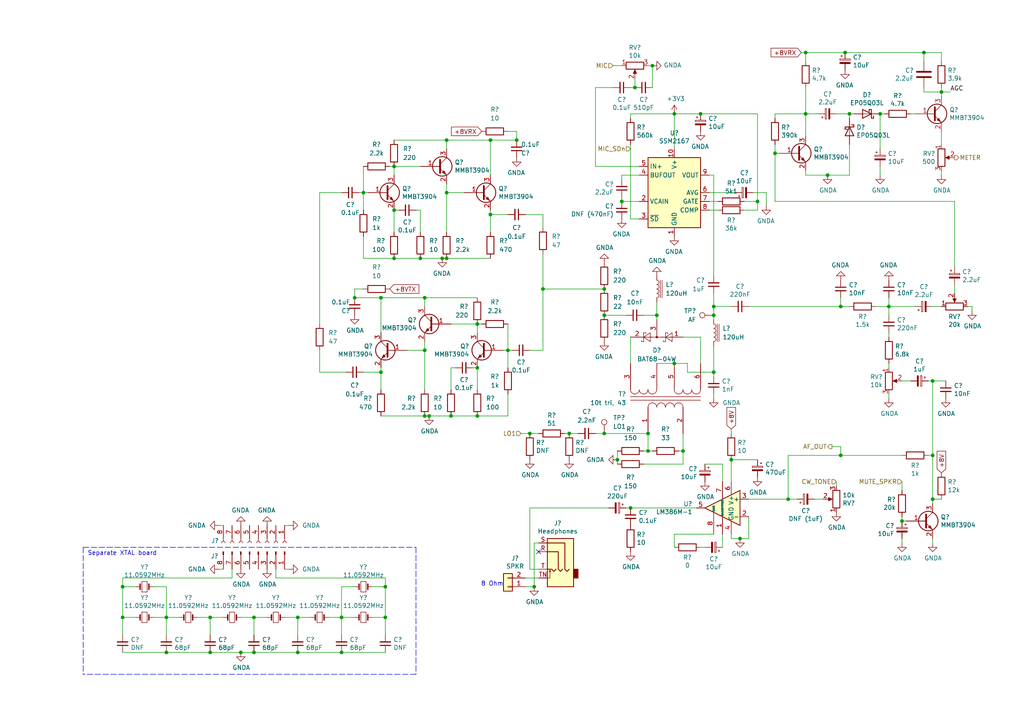
<source format=kicad_sch>
(kicad_sch (version 20211123) (generator eeschema)

  (uuid 0e592cd4-1950-44ef-9727-8e526f4c4e12)

  (paper "A4")

  (title_block
    (title "DART-70 TRX")
    (date "2023-01-08")
    (rev "0")
    (company "HB9EGM")
    (comment 1 "A 4m Band SSB/CW Transceiver")
  )

  

  (junction (at 110.49 107.95) (diameter 0) (color 0 0 0 0)
    (uuid 0079a40d-5664-4eb5-a4a1-35e197c9e578)
  )
  (junction (at 17.78 -17.78) (diameter 0) (color 0 0 0 0)
    (uuid 01c54577-6862-4ca7-bb55-524c2e995aee)
  )
  (junction (at 124.46 120.65) (diameter 0) (color 0 0 0 0)
    (uuid 027f19f3-a3d5-4daa-a96e-c5d9a71c1df8)
  )
  (junction (at 138.43 106.68) (diameter 0) (color 0 0 0 0)
    (uuid 02d8bab6-e62a-43d8-ae0a-47eb8be52f66)
  )
  (junction (at 255.27 33.02) (diameter 0) (color 0 0 0 0)
    (uuid 059f4155-bed3-4fb2-9baa-d569f31b7e5d)
  )
  (junction (at 35.56 170.18) (diameter 0) (color 0 0 0 0)
    (uuid 08e3fbcd-b24c-43b5-a2a5-3ed606084464)
  )
  (junction (at 173.99 274.32) (diameter 0) (color 0 0 0 0)
    (uuid 09433d97-62ec-42de-89f2-7d0b68dc1b9d)
  )
  (junction (at 120.65 269.24) (diameter 0) (color 0 0 0 0)
    (uuid 0c9bbc06-f1c0-4359-8448-9c515b32a886)
  )
  (junction (at 99.06 189.23) (diameter 0) (color 0 0 0 0)
    (uuid 0e565d2a-00bb-4f20-8e2e-0f824e8d2762)
  )
  (junction (at 175.26 125.73) (diameter 0) (color 0 0 0 0)
    (uuid 0ef3d636-5800-4731-9696-28180033db98)
  )
  (junction (at -86.36 36.83) (diameter 0) (color 0 0 0 0)
    (uuid 0fffb828-f291-41d3-a83c-4eaa3df13f3a)
  )
  (junction (at -38.1 15.24) (diameter 0) (color 0 0 0 0)
    (uuid 128a7556-cb3d-406d-b84d-6d9efc7f9ed8)
  )
  (junction (at 175.26 83.82) (diameter 0) (color 0 0 0 0)
    (uuid 13100bcd-d7fc-4c97-8090-1caedea0c636)
  )
  (junction (at 123.19 101.6) (diameter 0) (color 0 0 0 0)
    (uuid 17a2367e-a2ff-4b57-83ee-9ab25894ec97)
  )
  (junction (at 245.11 15.24) (diameter 0) (color 0 0 0 0)
    (uuid 1843d2c0-629c-44e7-8460-03ced60a2111)
  )
  (junction (at -38.1 22.86) (diameter 0) (color 0 0 0 0)
    (uuid 18a9dea8-caa6-40a3-962a-7699d9146e17)
  )
  (junction (at 129.54 74.93) (diameter 0) (color 0 0 0 0)
    (uuid 1901071a-701e-48b3-9650-22696abf77c4)
  )
  (junction (at -66.04 114.3) (diameter 0) (color 0 0 0 0)
    (uuid 1aaf34a3-282e-4633-82fa-9d6cdf32efbb)
  )
  (junction (at 105.41 55.88) (diameter 0) (color 0 0 0 0)
    (uuid 1cfd82c6-a842-46ad-8b6f-e039805269e2)
  )
  (junction (at 207.01 88.9) (diameter 0) (color 0 0 0 0)
    (uuid 2003fc93-2209-43a7-8c5b-01fc5f4c842b)
  )
  (junction (at 69.85 189.23) (diameter 0) (color 0 0 0 0)
    (uuid 210630ed-a720-499f-8ec9-3630627e1e05)
  )
  (junction (at 102.87 86.36) (diameter 0) (color 0 0 0 0)
    (uuid 222d63d3-68ff-4a04-b7c3-6efd5c4ab9e1)
  )
  (junction (at 48.26 189.23) (diameter 0) (color 0 0 0 0)
    (uuid 24fd922c-d488-4d61-b6dc-9d3e359ccc82)
  )
  (junction (at 270.51 110.49) (diameter 0) (color 0 0 0 0)
    (uuid 25247d0c-5910-484b-9651-5750d422a450)
  )
  (junction (at 195.58 33.02) (diameter 0) (color 0 0 0 0)
    (uuid 2792ed93-89db-4e51-99ff-281323e776eb)
  )
  (junction (at 157.48 83.82) (diameter 0) (color 0 0 0 0)
    (uuid 285ab146-981a-4382-ab1a-e818971b5b4e)
  )
  (junction (at 41.91 -10.16) (diameter 0) (color 0 0 0 0)
    (uuid 2af1d271-3c6a-476d-8eba-6b2aab466da3)
  )
  (junction (at 195.58 105.41) (diameter 0) (color 0 0 0 0)
    (uuid 2b4cfea7-3072-433b-96b7-53b0ca7806d1)
  )
  (junction (at 106.68 -27.94) (diameter 0) (color 0 0 0 0)
    (uuid 2c488362-c230-4f6d-82f9-a229b1171a23)
  )
  (junction (at 138.43 93.98) (diameter 0) (color 0 0 0 0)
    (uuid 2cd3680a-9e9d-4c97-9125-39c64a75e644)
  )
  (junction (at 128.27 285.75) (diameter 0) (color 0 0 0 0)
    (uuid 2e1d63b8-5189-41bb-8b6a-c4ada546b2d5)
  )
  (junction (at 207.01 107.95) (diameter 0) (color 0 0 0 0)
    (uuid 2f19e0d6-201f-48b6-a03b-8ba1e575df13)
  )
  (junction (at 189.23 19.05) (diameter 0) (color 0 0 0 0)
    (uuid 335263d3-7e35-4a9c-83c2-cd71d45f0688)
  )
  (junction (at 175.26 295.91) (diameter 0) (color 0 0 0 0)
    (uuid 33770b56-77ab-4a0c-a675-0ef4f02f8519)
  )
  (junction (at 17.78 -10.16) (diameter 0) (color 0 0 0 0)
    (uuid 34d3baf1-c1a6-463d-a7da-03fde565ea93)
  )
  (junction (at 270.51 132.08) (diameter 0) (color 0 0 0 0)
    (uuid 35506831-8c22-45ab-9b57-69eb0f9ef003)
  )
  (junction (at 207.01 91.44) (diameter 0) (color 0 0 0 0)
    (uuid 36b3a669-b67c-47d6-83cc-a70a6dc9bbc2)
  )
  (junction (at -71.12 29.21) (diameter 0) (color 0 0 0 0)
    (uuid 3aec5e23-e675-4bcf-9a9e-48cb59d51927)
  )
  (junction (at 123.19 86.36) (diameter 0) (color 0 0 0 0)
    (uuid 3bd6009a-f48b-4c66-92de-4d24549b4c7d)
  )
  (junction (at 179.07 133.35) (diameter 0) (color 0 0 0 0)
    (uuid 40456502-c8ed-47f7-818f-0d55a9bd38e4)
  )
  (junction (at 198.12 276.86) (diameter 0) (color 0 0 0 0)
    (uuid 4223805d-8db1-4df1-b73a-3d99f37f1701)
  )
  (junction (at 123.19 120.65) (diameter 0) (color 0 0 0 0)
    (uuid 43c88063-044a-47b7-b010-f3fb76152eec)
  )
  (junction (at -63.5 36.83) (diameter 0) (color 0 0 0 0)
    (uuid 45245258-c97a-4586-bc43-2154c85c0ef6)
  )
  (junction (at 35.56 179.07) (diameter 0) (color 0 0 0 0)
    (uuid 460147d8-e4b6-4910-88e9-07d1ddd6c2df)
  )
  (junction (at 212.09 133.35) (diameter 0) (color 0 0 0 0)
    (uuid 47be24ee-e15b-4cee-b84b-350111ac1499)
  )
  (junction (at 48.26 179.07) (diameter 0) (color 0 0 0 0)
    (uuid 4b982f8b-ca29-4ebf-88fc-8a50b24e0802)
  )
  (junction (at 149.86 40.64) (diameter 0) (color 0 0 0 0)
    (uuid 4cd054ee-d881-48b3-84f1-c7ce34322184)
  )
  (junction (at 165.1 125.73) (diameter 0) (color 0 0 0 0)
    (uuid 5198af4e-458a-4b02-81c9-5c7519d0da3a)
  )
  (junction (at 149.86 271.78) (diameter 0) (color 0 0 0 0)
    (uuid 544c9ad7-a0b6-4f88-9dcd-908e3e2acf79)
  )
  (junction (at 52.07 -17.78) (diameter 0) (color 0 0 0 0)
    (uuid 5684e95c-6824-46cf-8e72-881178a51d31)
  )
  (junction (at 143.51 -16.51) (diameter 0) (color 0 0 0 0)
    (uuid 578f33ff-8d12-4136-bb61-e55b7655fa5b)
  )
  (junction (at 114.3 74.93) (diameter 0) (color 0 0 0 0)
    (uuid 5823e780-c4ed-4da5-be38-6b405f0da66a)
  )
  (junction (at 137.16 273.05) (diameter 0) (color 0 0 0 0)
    (uuid 5a319d05-1a85-43fe-a179-ebcee7212a03)
  )
  (junction (at 142.24 62.23) (diameter 0) (color 0 0 0 0)
    (uuid 5a351350-3bae-4444-b037-df6bea15164c)
  )
  (junction (at -55.88 106.68) (diameter 0) (color 0 0 0 0)
    (uuid 5b29962f-685a-409c-915c-9c4a92ed442a)
  )
  (junction (at 111.76 179.07) (diameter 0) (color 0 0 0 0)
    (uuid 5c4341e3-29f4-4014-ad6b-9b4cb50156a6)
  )
  (junction (at 99.06 179.07) (diameter 0) (color 0 0 0 0)
    (uuid 5dbda758-e74b-4ccf-ad68-495d537d68ba)
  )
  (junction (at 152.4 -16.51) (diameter 0) (color 0 0 0 0)
    (uuid 5ed637ac-40ac-434c-a406-609e25d3658d)
  )
  (junction (at 111.76 170.18) (diameter 0) (color 0 0 0 0)
    (uuid 5fc44bfc-3a32-42f5-89ff-303d655beeb1)
  )
  (junction (at -49.53 36.83) (diameter 0) (color 0 0 0 0)
    (uuid 604495b3-3885-49af-8442-bcf3d7361dc4)
  )
  (junction (at 267.97 15.24) (diameter 0) (color 0 0 0 0)
    (uuid 62ed984b-c070-4de1-bd86-30aeb09fb9cd)
  )
  (junction (at -87.63 36.83) (diameter 0) (color 0 0 0 0)
    (uuid 65e58d89-f213-4051-b36b-7b3454867ad5)
  )
  (junction (at -55.88 119.38) (diameter 0) (color 0 0 0 0)
    (uuid 669e2f76-dce7-4b88-b383-d3587e6cc0cc)
  )
  (junction (at 214.63 156.21) (diameter 0) (color 0 0 0 0)
    (uuid 6ae901e7-3f37-4fdc-9fbb-f82666744826)
  )
  (junction (at 228.6 144.78) (diameter 0) (color 0 0 0 0)
    (uuid 6e24aa9b-c7e6-40f2-905b-b9c541e0e2f6)
  )
  (junction (at 184.15 295.91) (diameter 0) (color 0 0 0 0)
    (uuid 7167e0fb-15b0-446d-969c-ecf63e50097d)
  )
  (junction (at 120.65 278.13) (diameter 0) (color 0 0 0 0)
    (uuid 71aa3829-956e-4ff9-af3f-b06e50ab2b5a)
  )
  (junction (at -71.12 36.83) (diameter 0) (color 0 0 0 0)
    (uuid 72729c20-0465-4f8c-be80-3c22bb337ef7)
  )
  (junction (at -29.21 29.21) (diameter 0) (color 0 0 0 0)
    (uuid 7401f61b-dc36-4f5a-ba3e-b101a22bf1fc)
  )
  (junction (at 153.67 125.73) (diameter 0) (color 0 0 0 0)
    (uuid 7425266b-ed85-49c3-869e-75885d2df370)
  )
  (junction (at 184.15 288.29) (diameter 0) (color 0 0 0 0)
    (uuid 7f29ecb0-6265-4d60-8278-7704387a2057)
  )
  (junction (at 41.91 -17.78) (diameter 0) (color 0 0 0 0)
    (uuid 825065db-dc11-43e9-aa2e-59e6b2cd21f3)
  )
  (junction (at 31.75 -17.78) (diameter 0) (color 0 0 0 0)
    (uuid 82bf2831-f69a-4cf1-ad28-e7c6c4e8c86f)
  )
  (junction (at 203.2 33.02) (diameter 0) (color 0 0 0 0)
    (uuid 86a34ff8-9697-4394-b32e-9c903027c8af)
  )
  (junction (at 154.94 271.78) (diameter 0) (color 0 0 0 0)
    (uuid 8aab4608-39e8-491a-83a8-7194f36094f1)
  )
  (junction (at 243.84 132.08) (diameter 0) (color 0 0 0 0)
    (uuid 90912a07-8f0d-457a-b78a-1c112c8f2052)
  )
  (junction (at -58.42 36.83) (diameter 0) (color 0 0 0 0)
    (uuid 9116f42f-8d27-4055-8fab-af8b6ed6959f)
  )
  (junction (at 60.96 179.07) (diameter 0) (color 0 0 0 0)
    (uuid 9666bb6a-0c1d-4c92-be6d-94a465ec5c51)
  )
  (junction (at 146.05 264.16) (diameter 0) (color 0 0 0 0)
    (uuid 96ee9b8e-4543-4639-b9ea-44b8baaaf94e)
  )
  (junction (at 128.27 278.13) (diameter 0) (color 0 0 0 0)
    (uuid 9e18f8b3-9e1a-4022-9224-10c12ca8a28d)
  )
  (junction (at 154.94 264.16) (diameter 0) (color 0 0 0 0)
    (uuid 9e5b0177-ea58-4f76-8b57-ff1c6e52d9df)
  )
  (junction (at 261.62 151.13) (diameter 0) (color 0 0 0 0)
    (uuid 9ed54841-4bec-491f-817d-b7e8b25ca06c)
  )
  (junction (at 24.13 -17.78) (diameter 0) (color 0 0 0 0)
    (uuid a5dfaf18-d33f-45c4-b76f-2a5051ec9118)
  )
  (junction (at 31.75 -25.4) (diameter 0) (color 0 0 0 0)
    (uuid a6347fea-87e1-4897-bfe2-729d24d2f085)
  )
  (junction (at -58.42 44.45) (diameter 0) (color 0 0 0 0)
    (uuid a6386af6-d744-458e-b19d-8fd97b5ad9f9)
  )
  (junction (at 233.68 15.24) (diameter 0) (color 0 0 0 0)
    (uuid a65cad0c-0ef1-4ea5-a965-4eae7ac1f6af)
  )
  (junction (at 243.84 88.9) (diameter 0) (color 0 0 0 0)
    (uuid a7cad282-51c3-4f24-be5e-311c2c5e959b)
  )
  (junction (at 138.43 120.65) (diameter 0) (color 0 0 0 0)
    (uuid ab5a5163-9113-4726-bc7a-7e25f5bcb137)
  )
  (junction (at 224.79 44.45) (diameter 0) (color 0 0 0 0)
    (uuid ac0e5582-f44c-4bc2-8ae7-2c3f1115fb00)
  )
  (junction (at 184.15 25.4) (diameter 0) (color 0 0 0 0)
    (uuid ad2d033c-4040-4813-b5da-82cf827f9d86)
  )
  (junction (at 73.66 179.07) (diameter 0) (color 0 0 0 0)
    (uuid ad485fa9-ca4c-467a-b6d9-302ae2ec4eaa)
  )
  (junction (at -86.36 44.45) (diameter 0) (color 0 0 0 0)
    (uuid aeae1c08-0511-41ff-896d-95b95a86eb35)
  )
  (junction (at 73.66 189.23) (diameter 0) (color 0 0 0 0)
    (uuid aed41e50-066a-4d5d-9b35-33c86a58f817)
  )
  (junction (at 114.3 60.96) (diameter 0) (color 0 0 0 0)
    (uuid af8bae6a-8757-4f16-b0d0-abb737783e95)
  )
  (junction (at 198.12 130.81) (diameter 0) (color 0 0 0 0)
    (uuid aff048c9-b0c3-473d-b5b3-6dc50054a49f)
  )
  (junction (at 187.96 125.73) (diameter 0) (color 0 0 0 0)
    (uuid b16fa8fb-e66f-442d-8c29-87b03b3e8cb2)
  )
  (junction (at 39.37 -17.78) (diameter 0) (color 0 0 0 0)
    (uuid b3dbf4ad-71cb-48f5-9655-41b47deeea78)
  )
  (junction (at 142.24 40.64) (diameter 0) (color 0 0 0 0)
    (uuid b675e2b2-25bf-4b3b-b437-094260cb114b)
  )
  (junction (at 219.71 58.42) (diameter 0) (color 0 0 0 0)
    (uuid b6a3e709-356a-4a55-ac00-07ba73afac37)
  )
  (junction (at 149.86 264.16) (diameter 0) (color 0 0 0 0)
    (uuid b7340f23-0eaa-48ae-aea8-b5b53a0ae99a)
  )
  (junction (at 128.27 74.93) (diameter 0) (color 0 0 0 0)
    (uuid b7b19b43-333b-4f4a-a3cd-98293e66d1bd)
  )
  (junction (at 257.81 88.9) (diameter 0) (color 0 0 0 0)
    (uuid b9f8b708-1745-43ec-9646-59495cbc6e07)
  )
  (junction (at -59.69 134.62) (diameter 0) (color 0 0 0 0)
    (uuid c26d7e1d-0511-44b3-9911-466a7132a529)
  )
  (junction (at 129.54 55.88) (diameter 0) (color 0 0 0 0)
    (uuid c56d43d7-d576-4bc7-8ab7-d28306d83cba)
  )
  (junction (at 86.36 189.23) (diameter 0) (color 0 0 0 0)
    (uuid c8816f2b-d043-4f02-8988-815e5e7435ee)
  )
  (junction (at 120.65 255.27) (diameter 0) (color 0 0 0 0)
    (uuid c8b93f12-bc5c-4ce5-b954-377d903895f1)
  )
  (junction (at 86.36 179.07) (diameter 0) (color 0 0 0 0)
    (uuid ca2ddb3d-eff7-4148-ac57-d5c14ba8be31)
  )
  (junction (at 187.96 130.81) (diameter 0) (color 0 0 0 0)
    (uuid d2d49fd4-2d82-44e3-82f9-8fb8e98c971d)
  )
  (junction (at 60.96 189.23) (diameter 0) (color 0 0 0 0)
    (uuid d3e01bdf-5c14-407f-80a1-1d934fc04fab)
  )
  (junction (at 147.32 101.6) (diameter 0) (color 0 0 0 0)
    (uuid d46cfddd-ae59-45a8-a05e-501b77d91351)
  )
  (junction (at 121.92 74.93) (diameter 0) (color 0 0 0 0)
    (uuid d54016b1-7373-4445-9268-a10a87031d2a)
  )
  (junction (at 130.81 120.65) (diameter 0) (color 0 0 0 0)
    (uuid d774c163-0e71-4e59-99e8-33a6c910c00d)
  )
  (junction (at 110.49 86.36) (diameter 0) (color 0 0 0 0)
    (uuid dcdfeb28-863e-4a43-ad64-f6e45863b4d7)
  )
  (junction (at 246.38 33.02) (diameter 0) (color 0 0 0 0)
    (uuid e3903eeb-8b72-4b40-a088-cbbba270c01b)
  )
  (junction (at 182.88 147.32) (diameter 0) (color 0 0 0 0)
    (uuid e75a90f1-d275-4ca6-86ea-4b6dddffab59)
  )
  (junction (at 273.05 26.67) (diameter 0) (color 0 0 0 0)
    (uuid e8558fbd-ea42-43a6-966a-7bd304bdfaad)
  )
  (junction (at 233.68 33.02) (diameter 0) (color 0 0 0 0)
    (uuid eac540a2-0555-4530-b9cb-9b037a65c0a7)
  )
  (junction (at 114.3 48.26) (diameter 0) (color 0 0 0 0)
    (uuid ebb47292-9f48-4312-b342-46b912c5cc5e)
  )
  (junction (at 154.94 170.18) (diameter 0) (color 0 0 0 0)
    (uuid ed92ba08-98ec-48df-9584-41c899a43f78)
  )
  (junction (at 240.03 50.8) (diameter 0) (color 0 0 0 0)
    (uuid f0f3907b-44e3-4106-9f24-d8ce836b6bb0)
  )
  (junction (at 165.1 274.32) (diameter 0) (color 0 0 0 0)
    (uuid f22aae5d-f6eb-438b-9ba4-dcb7ba01f85f)
  )
  (junction (at 129.54 40.64) (diameter 0) (color 0 0 0 0)
    (uuid f48610b4-7716-4660-a4c1-c570d7241e98)
  )
  (junction (at -78.74 36.83) (diameter 0) (color 0 0 0 0)
    (uuid f8e927af-4836-4b0f-8a57-dbca5a18a442)
  )
  (junction (at 8.89 -17.78) (diameter 0) (color 0 0 0 0)
    (uuid f9570ec9-4338-4208-aee7-369a45a284f8)
  )
  (junction (at 152.4 256.54) (diameter 0) (color 0 0 0 0)
    (uuid fab985e9-e679-4dd8-a59c-e3195d08506a)
  )
  (junction (at 175.26 91.44) (diameter 0) (color 0 0 0 0)
    (uuid fc4d1f83-01a0-4988-9e5c-365dd357721b)
  )
  (junction (at 270.51 144.78) (diameter 0) (color 0 0 0 0)
    (uuid fda94f0a-876e-4bf0-ad10-35819851e3e9)
  )
  (junction (at 180.34 58.42) (diameter 0) (color 0 0 0 0)
    (uuid fe2b05f5-675b-44d0-956c-c5829b7c692a)
  )
  (junction (at 190.5 91.44) (diameter 0) (color 0 0 0 0)
    (uuid ff5fdf11-1f23-47b6-b215-cb1e13c6ad45)
  )

  (no_connect (at 156.21 160.02) (uuid 97972d9a-c8ac-431f-b1f4-0da8477b5639))

  (wire (pts (xy -38.1 22.86) (xy -38.1 29.21))
    (stroke (width 0) (type default) (color 0 0 0 0))
    (uuid 00185541-0a55-4e62-91d8-99e7a7720d36)
  )
  (wire (pts (xy -86.36 44.45) (xy -95.25 44.45))
    (stroke (width 0) (type default) (color 0 0 0 0))
    (uuid 00627221-b0fd-448e-b5a6-250d249697c2)
  )
  (wire (pts (xy 158.75 269.24) (xy 157.48 269.24))
    (stroke (width 0) (type default) (color 0 0 0 0))
    (uuid 009b0d62-e9ea-4825-9fdf-befd291c76ce)
  )
  (wire (pts (xy 12.7 -26.67) (xy 11.43 -26.67))
    (stroke (width 0) (type default) (color 0 0 0 0))
    (uuid 01106a52-6b7d-40fd-b165-c927be1f6a1d)
  )
  (wire (pts (xy 11.43 -26.67) (xy 11.43 -27.94))
    (stroke (width 0) (type default) (color 0 0 0 0))
    (uuid 01422660-08c8-48f3-98ca-26cbe7f98f5b)
  )
  (wire (pts (xy -58.42 44.45) (xy -49.53 44.45))
    (stroke (width 0) (type default) (color 0 0 0 0))
    (uuid 01600802-66c5-45a2-be7f-4fa2327d845b)
  )
  (wire (pts (xy -72.39 36.83) (xy -71.12 36.83))
    (stroke (width 0) (type default) (color 0 0 0 0))
    (uuid 01657d30-6f8e-4bbd-a3dd-6a0742c69aca)
  )
  (wire (pts (xy 219.71 60.96) (xy 215.9 60.96))
    (stroke (width 0) (type default) (color 0 0 0 0))
    (uuid 01caafb3-af8a-4642-870c-c290b286d040)
  )
  (wire (pts (xy 130.81 93.98) (xy 138.43 93.98))
    (stroke (width 0) (type default) (color 0 0 0 0))
    (uuid 01f0181c-303d-46c7-ba34-20eee1c48cd1)
  )
  (wire (pts (xy 123.19 101.6) (xy 118.11 101.6))
    (stroke (width 0) (type default) (color 0 0 0 0))
    (uuid 0222c276-ce98-44cf-9ac7-d0d00163570d)
  )
  (wire (pts (xy 123.19 120.65) (xy 110.49 120.65))
    (stroke (width 0) (type default) (color 0 0 0 0))
    (uuid 035d062f-f875-4853-8ca1-a348c3967bb1)
  )
  (wire (pts (xy 99.06 179.07) (xy 102.87 179.07))
    (stroke (width 0) (type default) (color 0 0 0 0))
    (uuid 042fe62b-53aa-4e86-97d0-9ccb1e16a895)
  )
  (wire (pts (xy 30.48 -17.78) (xy 31.75 -17.78))
    (stroke (width 0) (type default) (color 0 0 0 0))
    (uuid 0452da17-4ccf-4bdc-9fc3-b0a09600bd55)
  )
  (wire (pts (xy 182.88 63.5) (xy 185.42 63.5))
    (stroke (width 0) (type default) (color 0 0 0 0))
    (uuid 04868f85-bc69-4fa9-8e62-d78ffe5ae58e)
  )
  (wire (pts (xy 44.45 170.18) (xy 48.26 170.18))
    (stroke (width 0) (type default) (color 0 0 0 0))
    (uuid 082d865b-0a4e-49c3-b18b-be47fd4a465a)
  )
  (wire (pts (xy -87.63 25.4) (xy -87.63 36.83))
    (stroke (width 0) (type default) (color 0 0 0 0))
    (uuid 08fa8ff6-09a7-484c-b1d9-0e3b7c49bb26)
  )
  (wire (pts (xy 255.27 33.02) (xy 255.27 43.18))
    (stroke (width 0) (type default) (color 0 0 0 0))
    (uuid 09321bf4-1ea1-49b5-b1f9-ac29d6606a74)
  )
  (wire (pts (xy 123.19 86.36) (xy 110.49 86.36))
    (stroke (width 0) (type default) (color 0 0 0 0))
    (uuid 0943dfff-08fd-4176-a97a-8e271f47b148)
  )
  (wire (pts (xy 138.43 93.98) (xy 138.43 96.52))
    (stroke (width 0) (type default) (color 0 0 0 0))
    (uuid 0a80373e-7854-41a7-8441-30fd81967887)
  )
  (wire (pts (xy -63.5 36.83) (xy -58.42 36.83))
    (stroke (width 0) (type default) (color 0 0 0 0))
    (uuid 0a83f85d-78ad-480a-a5ba-773caced8f09)
  )
  (wire (pts (xy 207.01 100.33) (xy 207.01 107.95))
    (stroke (width 0) (type default) (color 0 0 0 0))
    (uuid 0aee1910-e0b7-45ab-80dd-802a1c118814)
  )
  (wire (pts (xy 207.01 85.09) (xy 207.01 88.9))
    (stroke (width 0) (type default) (color 0 0 0 0))
    (uuid 0b421593-39e8-45d9-a7df-e65734a6468a)
  )
  (wire (pts (xy -90.17 26.67) (xy -90.17 25.4))
    (stroke (width 0) (type default) (color 0 0 0 0))
    (uuid 0dcb5ab5-f291-489d-b2bc-0f0b25b801ee)
  )
  (wire (pts (xy -55.88 106.68) (xy -66.04 106.68))
    (stroke (width 0) (type default) (color 0 0 0 0))
    (uuid 0de7d0e7-c8d5-482b-8e8a-d56acfc6ebd8)
  )
  (wire (pts (xy 233.68 25.4) (xy 233.68 33.02))
    (stroke (width 0) (type default) (color 0 0 0 0))
    (uuid 0e1c6bbc-4cc4-4ce9-b48a-8292bb286da8)
  )
  (wire (pts (xy 222.25 55.88) (xy 218.44 55.88))
    (stroke (width 0) (type default) (color 0 0 0 0))
    (uuid 0ef32369-e37b-408d-9752-7cbb993d9abb)
  )
  (wire (pts (xy 63.5 152.4) (xy 64.77 152.4))
    (stroke (width 0) (type default) (color 0 0 0 0))
    (uuid 0ef33a4f-7d4b-4740-be50-b4eb0bca14f1)
  )
  (wire (pts (xy 276.86 77.47) (xy 276.86 58.42))
    (stroke (width 0) (type default) (color 0 0 0 0))
    (uuid 0fe3ebe2-61a9-477a-a657-d783c4c4d70e)
  )
  (wire (pts (xy 184.15 22.86) (xy 184.15 25.4))
    (stroke (width 0) (type default) (color 0 0 0 0))
    (uuid 100847e3-630c-4c13-ba45-180e92370805)
  )
  (wire (pts (xy 128.27 285.75) (xy 132.08 285.75))
    (stroke (width 0) (type default) (color 0 0 0 0))
    (uuid 10fa1a8c-62cb-4b8f-b916-b18d737ff71b)
  )
  (wire (pts (xy -68.58 114.3) (xy -66.04 114.3))
    (stroke (width 0) (type default) (color 0 0 0 0))
    (uuid 119c633c-175b-4b38-bbc1-1a076032c16e)
  )
  (wire (pts (xy 130.81 120.65) (xy 124.46 120.65))
    (stroke (width 0) (type default) (color 0 0 0 0))
    (uuid 11ac1ac8-72b6-43ed-915e-50f87561daf8)
  )
  (wire (pts (xy -49.53 34.29) (xy -49.53 36.83))
    (stroke (width 0) (type default) (color 0 0 0 0))
    (uuid 12481f4a-71b0-43a4-a69b-bc048ed999f0)
  )
  (wire (pts (xy -59.69 134.62) (xy -59.69 130.81))
    (stroke (width 0) (type default) (color 0 0 0 0))
    (uuid 127b0e8c-8b10-4db4-b691-908ac98caaf1)
  )
  (wire (pts (xy 273.05 144.78) (xy 270.51 144.78))
    (stroke (width 0) (type default) (color 0 0 0 0))
    (uuid 128cfb34-809d-4606-bf29-7ab91f99e879)
  )
  (wire (pts (xy 195.58 154.94) (xy 207.01 154.94))
    (stroke (width 0) (type default) (color 0 0 0 0))
    (uuid 12c9f3e1-9431-42f8-b6f8-fb6fd35fc1cb)
  )
  (wire (pts (xy 233.68 15.24) (xy 233.68 17.78))
    (stroke (width 0) (type default) (color 0 0 0 0))
    (uuid 16aa2316-1a67-45e5-b6c4-e59dd85814f4)
  )
  (wire (pts (xy 0 -17.78) (xy -2.54 -17.78))
    (stroke (width 0) (type default) (color 0 0 0 0))
    (uuid 16d5bf81-590a-4149-97e0-64f3b3ad6f52)
  )
  (wire (pts (xy 142.24 264.16) (xy 146.05 264.16))
    (stroke (width 0) (type default) (color 0 0 0 0))
    (uuid 173fd4a7-b485-4e9d-8724-470865466784)
  )
  (wire (pts (xy 52.07 -27.94) (xy 52.07 -17.78))
    (stroke (width 0) (type default) (color 0 0 0 0))
    (uuid 17adff9d-c581-42e4-b552-035b922b5256)
  )
  (wire (pts (xy 105.41 55.88) (xy 105.41 60.96))
    (stroke (width 0) (type default) (color 0 0 0 0))
    (uuid 181a0519-5d09-430c-a94d-2385f8d9ebdc)
  )
  (wire (pts (xy 110.49 86.36) (xy 102.87 86.36))
    (stroke (width 0) (type default) (color 0 0 0 0))
    (uuid 18723066-b973-43bf-8bbf-4c210121a928)
  )
  (wire (pts (xy 110.49 107.95) (xy 105.41 107.95))
    (stroke (width 0) (type default) (color 0 0 0 0))
    (uuid 19a56892-f9d5-4508-ab75-59721c555275)
  )
  (wire (pts (xy 264.16 33.02) (xy 265.43 33.02))
    (stroke (width 0) (type default) (color 0 0 0 0))
    (uuid 1a1da3ab-0792-420a-a2dd-c670f9cd52e8)
  )
  (wire (pts (xy 153.67 125.73) (xy 151.13 125.73))
    (stroke (width 0) (type default) (color 0 0 0 0))
    (uuid 1a71c51e-be04-4979-94da-8a09f61253f7)
  )
  (wire (pts (xy 261.62 157.48) (xy 261.62 156.21))
    (stroke (width 0) (type default) (color 0 0 0 0))
    (uuid 1a85ffd6-ef8b-418f-990e-456d1ffab00e)
  )
  (wire (pts (xy 224.79 33.02) (xy 233.68 33.02))
    (stroke (width 0) (type default) (color 0 0 0 0))
    (uuid 1a9f0d73-6986-450b-8da5-dca8d718cd0d)
  )
  (wire (pts (xy 149.86 261.62) (xy 149.86 264.16))
    (stroke (width 0) (type default) (color 0 0 0 0))
    (uuid 1ae3634a-f90f-4c6a-8ba7-b38f98d4ccb2)
  )
  (wire (pts (xy -63.5 36.83) (xy -64.77 36.83))
    (stroke (width 0) (type default) (color 0 0 0 0))
    (uuid 1bb16fed-1537-47fa-90f6-8dc136da5d16)
  )
  (wire (pts (xy 207.01 91.44) (xy 207.01 92.71))
    (stroke (width 0) (type default) (color 0 0 0 0))
    (uuid 1bf4f18f-1b74-4243-82d6-1fd05652f0ac)
  )
  (wire (pts (xy 243.84 129.54) (xy 243.84 132.08))
    (stroke (width 0) (type default) (color 0 0 0 0))
    (uuid 1c4dfe58-85b1-467f-8e9d-bdb7a0d0ca8e)
  )
  (wire (pts (xy 190.5 105.41) (xy 195.58 105.41))
    (stroke (width 0) (type default) (color 0 0 0 0))
    (uuid 1c7d7712-fe22-4485-81a9-8e1d043586eb)
  )
  (wire (pts (xy 99.06 269.24) (xy 114.3 269.24))
    (stroke (width 0) (type default) (color 0 0 0 0))
    (uuid 1c7ec62e-d96c-4a0d-ac32-e919b90a3c5b)
  )
  (wire (pts (xy 99.06 189.23) (xy 111.76 189.23))
    (stroke (width 0) (type default) (color 0 0 0 0))
    (uuid 1d8cbdb8-b0d5-4f06-84c8-05770b7e9555)
  )
  (wire (pts (xy 154.94 157.48) (xy 156.21 157.48))
    (stroke (width 0) (type default) (color 0 0 0 0))
    (uuid 1ed7574f-dfd9-48ef-889b-e65459b62f49)
  )
  (wire (pts (xy 228.6 132.08) (xy 228.6 144.78))
    (stroke (width 0) (type default) (color 0 0 0 0))
    (uuid 1f01b2a1-9ae4-4793-9d17-5ed5c0966b9f)
  )
  (wire (pts (xy 138.43 120.65) (xy 130.81 120.65))
    (stroke (width 0) (type default) (color 0 0 0 0))
    (uuid 1f1052c4-d15a-450f-8bb0-3cc3f3592607)
  )
  (wire (pts (xy 48.26 170.18) (xy 48.26 179.07))
    (stroke (width 0) (type default) (color 0 0 0 0))
    (uuid 1fd73780-e017-4e2c-9674-56cb6f09dc2d)
  )
  (wire (pts (xy 80.01 167.64) (xy 111.76 167.64))
    (stroke (width 0) (type default) (color 0 0 0 0))
    (uuid 2163a967-be2d-4344-a94d-f1b8da3dc3a3)
  )
  (wire (pts (xy 92.71 93.98) (xy 92.71 55.88))
    (stroke (width 0) (type default) (color 0 0 0 0))
    (uuid 21a5d817-fc98-4bb3-9855-c8710ef862db)
  )
  (wire (pts (xy -52.07 134.62) (xy -59.69 134.62))
    (stroke (width 0) (type default) (color 0 0 0 0))
    (uuid 21c9358c-c2dd-4df5-9cfe-ea9bd0b49374)
  )
  (wire (pts (xy 267.97 25.4) (xy 267.97 26.67))
    (stroke (width 0) (type default) (color 0 0 0 0))
    (uuid 22591446-6d82-47ac-b525-9e9deb496c8c)
  )
  (wire (pts (xy 261.62 139.7) (xy 261.62 142.24))
    (stroke (width 0) (type default) (color 0 0 0 0))
    (uuid 226f524c-89b4-46ed-86fd-c8ea41059fd4)
  )
  (wire (pts (xy 41.91 -11.43) (xy 41.91 -10.16))
    (stroke (width 0) (type default) (color 0 0 0 0))
    (uuid 2276bf47-b441-4aa2-ba22-8213875ce0ee)
  )
  (wire (pts (xy -46.99 15.24) (xy -38.1 15.24))
    (stroke (width 0) (type default) (color 0 0 0 0))
    (uuid 2276e018-ceb6-4356-b3fe-3b8fe418011b)
  )
  (wire (pts (xy 54.61 -26.67) (xy 54.61 -27.94))
    (stroke (width 0) (type default) (color 0 0 0 0))
    (uuid 22fd57c4-481e-4417-b920-694451210da2)
  )
  (wire (pts (xy 120.65 255.27) (xy 120.65 254))
    (stroke (width 0) (type default) (color 0 0 0 0))
    (uuid 24a492d9-25a9-4fba-b51b-3effb576b351)
  )
  (wire (pts (xy 8.89 -16.51) (xy 8.89 -17.78))
    (stroke (width 0) (type default) (color 0 0 0 0))
    (uuid 24d3ee68-60f0-4c8a-a72b-065f1026fd87)
  )
  (wire (pts (xy 207.01 88.9) (xy 207.01 91.44))
    (stroke (width 0) (type default) (color 0 0 0 0))
    (uuid 271514b6-a88a-4f0b-bfc1-92e9e58e1fa6)
  )
  (wire (pts (xy 154.94 170.18) (xy 154.94 157.48))
    (stroke (width 0) (type default) (color 0 0 0 0))
    (uuid 27b32d30-a0e6-48e4-8f63-c61987047d29)
  )
  (wire (pts (xy 114.3 74.93) (xy 121.92 74.93))
    (stroke (width 0) (type default) (color 0 0 0 0))
    (uuid 27e1d8d6-2bc0-4cea-9969-6b82ca7095f9)
  )
  (wire (pts (xy 187.96 130.81) (xy 187.96 125.73))
    (stroke (width 0) (type default) (color 0 0 0 0))
    (uuid 27ea6593-968c-4795-b242-4b6b9c343e92)
  )
  (wire (pts (xy 198.12 276.86) (xy 201.93 276.86))
    (stroke (width 0) (type default) (color 0 0 0 0))
    (uuid 28f921ab-5f55-47f8-b726-02e567145cd5)
  )
  (wire (pts (xy 185.42 50.8) (xy 180.34 50.8))
    (stroke (width 0) (type default) (color 0 0 0 0))
    (uuid 2b878984-ad62-40d5-87be-d30f465ae2b3)
  )
  (wire (pts (xy 273.05 41.91) (xy 273.05 38.1))
    (stroke (width 0) (type default) (color 0 0 0 0))
    (uuid 2b894b8a-c098-4d9d-be0f-2ef41dea274e)
  )
  (wire (pts (xy 102.87 170.18) (xy 99.06 170.18))
    (stroke (width 0) (type default) (color 0 0 0 0))
    (uuid 2ba6a5e2-be81-4fda-a558-a7c1489b8584)
  )
  (wire (pts (xy -29.21 35.56) (xy -29.21 36.83))
    (stroke (width 0) (type default) (color 0 0 0 0))
    (uuid 2d617fad-47fe-4db9-836a-4bceb9c31c3b)
  )
  (wire (pts (xy -29.21 30.48) (xy -29.21 29.21))
    (stroke (width 0) (type default) (color 0 0 0 0))
    (uuid 2e36ce87-4661-4b8f-956a-16dc559e1b50)
  )
  (wire (pts (xy 111.76 184.15) (xy 111.76 179.07))
    (stroke (width 0) (type default) (color 0 0 0 0))
    (uuid 2e6b1f7e-e4c3-43a1-ae90-c85aa40696d5)
  )
  (wire (pts (xy 95.25 179.07) (xy 99.06 179.07))
    (stroke (width 0) (type default) (color 0 0 0 0))
    (uuid 2ec9be40-1d5a-4e2d-8a4d-4be2d3c079d5)
  )
  (wire (pts (xy 104.14 55.88) (xy 105.41 55.88))
    (stroke (width 0) (type default) (color 0 0 0 0))
    (uuid 2ee5db93-e045-43b1-b2f4-b1eedffa6759)
  )
  (wire (pts (xy 120.65 293.37) (xy 120.65 278.13))
    (stroke (width 0) (type default) (color 0 0 0 0))
    (uuid 2f33286e-7553-4442-acf0-23c61fcd6ab0)
  )
  (wire (pts (xy 137.16 271.78) (xy 137.16 273.05))
    (stroke (width 0) (type default) (color 0 0 0 0))
    (uuid 2f5467a7-bd49-433c-92f2-60a842e66f7b)
  )
  (wire (pts (xy 157.48 62.23) (xy 157.48 66.04))
    (stroke (width 0) (type default) (color 0 0 0 0))
    (uuid 2fccfe76-be69-493a-9fa1-d6c4465132bf)
  )
  (wire (pts (xy -59.69 123.19) (xy -59.69 119.38))
    (stroke (width 0) (type default) (color 0 0 0 0))
    (uuid 3019c847-3ccf-490a-9dd6-694227c3fba5)
  )
  (wire (pts (xy -85.09 25.4) (xy -85.09 26.67))
    (stroke (width 0) (type default) (color 0 0 0 0))
    (uuid 30b75c25-1d2c-45e7-83e2-bb3be98f8f83)
  )
  (wire (pts (xy 139.7 273.05) (xy 137.16 273.05))
    (stroke (width 0) (type default) (color 0 0 0 0))
    (uuid 315d2b15-cfe6-4672-b3ad-24773f3df12c)
  )
  (wire (pts (xy -86.36 36.83) (xy -78.74 36.83))
    (stroke (width 0) (type default) (color 0 0 0 0))
    (uuid 321eb03e-d5d7-4c98-9326-4c49d56670ae)
  )
  (wire (pts (xy 129.54 40.64) (xy 129.54 43.18))
    (stroke (width 0) (type default) (color 0 0 0 0))
    (uuid 32c3ba09-2122-4e88-ae1d-bdb8279a8818)
  )
  (wire (pts (xy 190.5 87.63) (xy 190.5 91.44))
    (stroke (width 0) (type default) (color 0 0 0 0))
    (uuid 32c84bda-e40f-4e2f-9fd7-361368fa7381)
  )
  (wire (pts (xy 110.49 96.52) (xy 110.49 86.36))
    (stroke (width 0) (type default) (color 0 0 0 0))
    (uuid 32d50c10-a20b-414f-afaf-7821cceaf33a)
  )
  (wire (pts (xy 261.62 149.86) (xy 261.62 151.13))
    (stroke (width 0) (type default) (color 0 0 0 0))
    (uuid 33891c62-a79f-4243-b776-6be292690ac3)
  )
  (wire (pts (xy 177.8 25.4) (xy 172.72 25.4))
    (stroke (width 0) (type default) (color 0 0 0 0))
    (uuid 33b48673-c959-4510-b6fa-fd3f7bdb00fd)
  )
  (wire (pts (xy 215.9 58.42) (xy 219.71 58.42))
    (stroke (width 0) (type default) (color 0 0 0 0))
    (uuid 33b6dbe8-d555-4f35-a63c-27c75fa09ca7)
  )
  (wire (pts (xy -29.21 116.84) (xy -29.21 119.38))
    (stroke (width 0) (type default) (color 0 0 0 0))
    (uuid 33e40dd5-556d-4de0-ab08-235c61b7ba9f)
  )
  (wire (pts (xy 124.46 120.65) (xy 123.19 120.65))
    (stroke (width 0) (type default) (color 0 0 0 0))
    (uuid 341e0f4b-92fa-44cf-9e72-3a5fc025563e)
  )
  (wire (pts (xy 48.26 184.15) (xy 48.26 179.07))
    (stroke (width 0) (type default) (color 0 0 0 0))
    (uuid 35343f32-90ff-4059-a108-111fb444c3d2)
  )
  (wire (pts (xy 224.79 58.42) (xy 224.79 44.45))
    (stroke (width 0) (type default) (color 0 0 0 0))
    (uuid 35e60fa0-27cf-4d0e-8bab-b364400c08c0)
  )
  (wire (pts (xy 111.76 179.07) (xy 107.95 179.07))
    (stroke (width 0) (type default) (color 0 0 0 0))
    (uuid 36696ac6-2db1-4b52-ae3d-9f3c89d2042f)
  )
  (wire (pts (xy -63.5 29.21) (xy -63.5 36.83))
    (stroke (width 0) (type default) (color 0 0 0 0))
    (uuid 3785b88e-f652-4024-afb0-be4c22cdaea8)
  )
  (wire (pts (xy 121.92 74.93) (xy 128.27 74.93))
    (stroke (width 0) (type default) (color 0 0 0 0))
    (uuid 386f204e-f24d-4550-85b9-7f13999cb818)
  )
  (wire (pts (xy 154.94 274.32) (xy 154.94 271.78))
    (stroke (width 0) (type default) (color 0 0 0 0))
    (uuid 39125f99-6caa-4e69-9ae5-ca3bd6e3a49c)
  )
  (wire (pts (xy 35.56 167.64) (xy 35.56 170.18))
    (stroke (width 0) (type default) (color 0 0 0 0))
    (uuid 3a274653-eff3-4ffe-9be8-2bfd0950af0a)
  )
  (wire (pts (xy 99.06 269.24) (xy 99.06 292.1))
    (stroke (width 0) (type default) (color 0 0 0 0))
    (uuid 3a568413-17bd-4a87-b1ac-928e77fa1b6a)
  )
  (wire (pts (xy 209.55 134.62) (xy 209.55 139.7))
    (stroke (width 0) (type default) (color 0 0 0 0))
    (uuid 3b5147db-69cc-4871-96a7-79c3437a6213)
  )
  (wire (pts (xy 73.66 179.07) (xy 77.47 179.07))
    (stroke (width 0) (type default) (color 0 0 0 0))
    (uuid 3c11bba2-1b60-442e-87b9-29fc89c74881)
  )
  (wire (pts (xy 199.39 295.91) (xy 227.33 295.91))
    (stroke (width 0) (type default) (color 0 0 0 0))
    (uuid 3c3e78d8-62d7-4020-ae7c-c489234b27d5)
  )
  (wire (pts (xy 138.43 106.68) (xy 138.43 113.03))
    (stroke (width 0) (type default) (color 0 0 0 0))
    (uuid 3e47bf3b-545f-417b-95f8-0ce48a2e696b)
  )
  (wire (pts (xy 242.57 33.02) (xy 246.38 33.02))
    (stroke (width 0) (type default) (color 0 0 0 0))
    (uuid 3f206607-332e-4c96-8963-5302804f476f)
  )
  (wire (pts (xy 157.48 73.66) (xy 157.48 83.82))
    (stroke (width 0) (type default) (color 0 0 0 0))
    (uuid 3f52131d-5b9a-4ea4-ac7e-ee67800c9f95)
  )
  (wire (pts (xy 281.94 90.17) (xy 281.94 88.9))
    (stroke (width 0) (type default) (color 0 0 0 0))
    (uuid 3f9f133b-59b8-4791-b0ab-6fa861da9e3f)
  )
  (wire (pts (xy 152.4 170.18) (xy 154.94 170.18))
    (stroke (width 0) (type default) (color 0 0 0 0))
    (uuid 40415c49-a61c-4fd6-a3e4-d55a8f8b8c4e)
  )
  (wire (pts (xy 182.88 41.91) (xy 182.88 63.5))
    (stroke (width 0) (type default) (color 0 0 0 0))
    (uuid 4102ae0e-3d75-40cd-957b-0b4db5d3f5ee)
  )
  (wire (pts (xy 273.05 50.8) (xy 273.05 49.53))
    (stroke (width 0) (type default) (color 0 0 0 0))
    (uuid 4116bfc2-eab3-4c29-a983-44eacd9f10f5)
  )
  (wire (pts (xy 99.06 295.91) (xy 175.26 295.91))
    (stroke (width 0) (type default) (color 0 0 0 0))
    (uuid 411f21c0-dcce-4bff-ac0e-7c5571730a65)
  )
  (wire (pts (xy 8.89 -27.94) (xy 8.89 -17.78))
    (stroke (width 0) (type default) (color 0 0 0 0))
    (uuid 41ef6d8e-078c-46e5-a743-15f86f94b1c5)
  )
  (wire (pts (xy 246.38 50.8) (xy 240.03 50.8))
    (stroke (width 0) (type default) (color 0 0 0 0))
    (uuid 4208e41d-1d0a-40b9-bf94-fcbeb6562f9d)
  )
  (wire (pts (xy 203.2 105.41) (xy 203.2 97.79))
    (stroke (width 0) (type default) (color 0 0 0 0))
    (uuid 42591c08-5c9e-4814-b045-a53fad420e74)
  )
  (wire (pts (xy 195.58 276.86) (xy 198.12 276.86))
    (stroke (width 0) (type default) (color 0 0 0 0))
    (uuid 4263a0e8-33fc-439f-9b56-889a4f5d7b26)
  )
  (wire (pts (xy -52.07 119.38) (xy -55.88 119.38))
    (stroke (width 0) (type default) (color 0 0 0 0))
    (uuid 4266f6dc-b108-467a-bc4a-756158b1a271)
  )
  (wire (pts (xy 24.13 -17.78) (xy 25.4 -17.78))
    (stroke (width 0) (type default) (color 0 0 0 0))
    (uuid 42eea0a0-d889-4e4e-980c-c3b6b62767e5)
  )
  (wire (pts (xy 114.3 40.64) (xy 129.54 40.64))
    (stroke (width 0) (type default) (color 0 0 0 0))
    (uuid 43f8ddbb-496d-432f-bf80-5425934c5b4a)
  )
  (wire (pts (xy 207.01 88.9) (xy 212.09 88.9))
    (stroke (width 0) (type default) (color 0 0 0 0))
    (uuid 448e92b1-151f-421c-9d82-b4284bb66dd9)
  )
  (wire (pts (xy 41.91 -17.78) (xy 52.07 -17.78))
    (stroke (width 0) (type default) (color 0 0 0 0))
    (uuid 44cd273f-f3a1-4b9a-83a6-972b276409e1)
  )
  (wire (pts (xy 257.81 88.9) (xy 257.81 86.36))
    (stroke (width 0) (type default) (color 0 0 0 0))
    (uuid 44e993be-f2df-4e61-a598-dfd6e106a208)
  )
  (wire (pts (xy 86.36 184.15) (xy 86.36 179.07))
    (stroke (width 0) (type default) (color 0 0 0 0))
    (uuid 462f8e7e-09c6-4676-ba4f-fd07b2868aa8)
  )
  (wire (pts (xy 105.41 83.82) (xy 102.87 83.82))
    (stroke (width 0) (type default) (color 0 0 0 0))
    (uuid 466b5642-6c10-45a7-84e5-76759a53f192)
  )
  (wire (pts (xy -38.1 36.83) (xy -29.21 36.83))
    (stroke (width 0) (type default) (color 0 0 0 0))
    (uuid 4688ff87-8262-46f4-ad96-b5f4e529cfa9)
  )
  (wire (pts (xy 205.74 50.8) (xy 207.01 50.8))
    (stroke (width 0) (type default) (color 0 0 0 0))
    (uuid 46aac001-1e0b-4992-9b6b-7fbd6860af0e)
  )
  (wire (pts (xy 128.27 279.4) (xy 128.27 278.13))
    (stroke (width 0) (type default) (color 0 0 0 0))
    (uuid 47484446-e64c-4a82-88af-15de92cf6ad4)
  )
  (polyline (pts (xy 120.65 158.75) (xy 120.65 195.58))
    (stroke (width 0) (type default) (color 0 0 0 0))
    (uuid 47e3424a-459d-4696-b1ce-e9ec51099a1c)
  )

  (wire (pts (xy 111.76 167.64) (xy 111.76 170.18))
    (stroke (width 0) (type default) (color 0 0 0 0))
    (uuid 47e8fba7-36e4-45b9-a8af-75005a86d254)
  )
  (wire (pts (xy 243.84 132.08) (xy 261.62 132.08))
    (stroke (width 0) (type default) (color 0 0 0 0))
    (uuid 481354ed-51b9-4db2-9835-781681979b4b)
  )
  (wire (pts (xy 207.01 107.95) (xy 207.01 109.22))
    (stroke (width 0) (type default) (color 0 0 0 0))
    (uuid 49600f73-903b-45a1-a7a7-23da1603934b)
  )
  (wire (pts (xy 212.09 139.7) (xy 212.09 133.35))
    (stroke (width 0) (type default) (color 0 0 0 0))
    (uuid 49b38f13-9789-4c6d-bbd5-2c69a9e19e69)
  )
  (wire (pts (xy 114.3 60.96) (xy 114.3 67.31))
    (stroke (width 0) (type default) (color 0 0 0 0))
    (uuid 4b28c74c-a729-4a18-928b-8fe0d5b5da55)
  )
  (wire (pts (xy 149.86 256.54) (xy 152.4 256.54))
    (stroke (width 0) (type default) (color 0 0 0 0))
    (uuid 4c144ffa-02d0-42da-aef1-f5175cbde9c0)
  )
  (wire (pts (xy 147.32 120.65) (xy 138.43 120.65))
    (stroke (width 0) (type default) (color 0 0 0 0))
    (uuid 4c76f766-86d7-4a64-b1aa-c2031c80d4f9)
  )
  (wire (pts (xy 128.27 274.32) (xy 128.27 278.13))
    (stroke (width 0) (type default) (color 0 0 0 0))
    (uuid 4d51bc15-1f84-46be-8e16-e836b10f854e)
  )
  (wire (pts (xy 39.37 -17.78) (xy 41.91 -17.78))
    (stroke (width 0) (type default) (color 0 0 0 0))
    (uuid 4d7ffc75-3dd8-46f7-86f3-405d41c4571a)
  )
  (wire (pts (xy 107.95 170.18) (xy 111.76 170.18))
    (stroke (width 0) (type default) (color 0 0 0 0))
    (uuid 4e43689e-9cf0-4146-b69d-54896ee090d3)
  )
  (wire (pts (xy 261.62 151.13) (xy 262.89 151.13))
    (stroke (width 0) (type default) (color 0 0 0 0))
    (uuid 4e66ba18-389e-4ff9-97c1-8bd8fb047a01)
  )
  (wire (pts (xy 269.24 132.08) (xy 270.51 132.08))
    (stroke (width 0) (type default) (color 0 0 0 0))
    (uuid 504cb9e4-5572-4208-bc9d-30a7efff8b9a)
  )
  (wire (pts (xy 92.71 107.95) (xy 92.71 101.6))
    (stroke (width 0) (type default) (color 0 0 0 0))
    (uuid 511a6ee2-9317-4cbe-8266-a2a650b9a216)
  )
  (wire (pts (xy 17.78 -10.16) (xy 8.89 -10.16))
    (stroke (width 0) (type default) (color 0 0 0 0))
    (uuid 513c5122-3fbb-44b6-aa2c-74224719f915)
  )
  (wire (pts (xy 142.24 62.23) (xy 142.24 67.31))
    (stroke (width 0) (type default) (color 0 0 0 0))
    (uuid 52052045-87ef-4086-81c8-2654d194b061)
  )
  (wire (pts (xy 137.16 293.37) (xy 120.65 293.37))
    (stroke (width 0) (type default) (color 0 0 0 0))
    (uuid 5206328f-de7d-41ba-bad8-f1768b7701cb)
  )
  (wire (pts (xy 120.65 60.96) (xy 121.92 60.96))
    (stroke (width 0) (type default) (color 0 0 0 0))
    (uuid 5280889a-3188-46df-a619-4549a703abe3)
  )
  (wire (pts (xy 173.99 274.32) (xy 175.26 274.32))
    (stroke (width 0) (type default) (color 0 0 0 0))
    (uuid 53548090-4b36-44b5-9ef5-2fa214b2fbf4)
  )
  (wire (pts (xy 82.55 165.1) (xy 83.82 165.1))
    (stroke (width 0) (type default) (color 0 0 0 0))
    (uuid 5367530c-ed81-476b-a95e-87df35f5556c)
  )
  (wire (pts (xy 128.27 264.16) (xy 132.08 264.16))
    (stroke (width 0) (type default) (color 0 0 0 0))
    (uuid 53fda1fb-12bd-4536-80e1-aab5c0e3fc58)
  )
  (wire (pts (xy 121.92 48.26) (xy 114.3 48.26))
    (stroke (width 0) (type default) (color 0 0 0 0))
    (uuid 54e49061-61dd-4a94-bcd6-0cc9fd006fb8)
  )
  (wire (pts (xy 224.79 44.45) (xy 226.06 44.45))
    (stroke (width 0) (type default) (color 0 0 0 0))
    (uuid 56bbedad-6259-4443-b321-0ffa1f89c336)
  )
  (wire (pts (xy 199.39 105.41) (xy 195.58 105.41))
    (stroke (width 0) (type default) (color 0 0 0 0))
    (uuid 5753621b-8981-4759-bb46-6a661998fb4c)
  )
  (wire (pts (xy 182.88 97.79) (xy 182.88 105.41))
    (stroke (width 0) (type default) (color 0 0 0 0))
    (uuid 57d8c5b0-8b80-4198-a2ed-4fdaeb3a4ec2)
  )
  (wire (pts (xy 201.93 269.24) (xy 163.83 269.24))
    (stroke (width 0) (type default) (color 0 0 0 0))
    (uuid 583b0bf3-0699-44db-b975-a241ad040fa4)
  )
  (wire (pts (xy 274.32 110.49) (xy 270.51 110.49))
    (stroke (width 0) (type default) (color 0 0 0 0))
    (uuid 59142adb-6887-41fc-851e-9a7f51511d60)
  )
  (wire (pts (xy 48.26 189.23) (xy 60.96 189.23))
    (stroke (width 0) (type default) (color 0 0 0 0))
    (uuid 59ee13a4-660e-47e2-a73a-01cfe11439e9)
  )
  (wire (pts (xy 184.15 295.91) (xy 175.26 295.91))
    (stroke (width 0) (type default) (color 0 0 0 0))
    (uuid 5b86cb50-e2ef-475e-93e3-77fea6b5a690)
  )
  (wire (pts (xy 207.01 50.8) (xy 207.01 80.01))
    (stroke (width 0) (type default) (color 0 0 0 0))
    (uuid 5c60e2fd-e25b-42a0-9a7e-d020a279558a)
  )
  (wire (pts (xy 149.86 271.78) (xy 154.94 271.78))
    (stroke (width 0) (type default) (color 0 0 0 0))
    (uuid 5c9202d7-6a93-43b3-87c0-77347fd72885)
  )
  (wire (pts (xy 165.1 276.86) (xy 165.1 274.32))
    (stroke (width 0) (type default) (color 0 0 0 0))
    (uuid 5cc7655c-62f2-43d2-a7a5-eaa4635dada8)
  )
  (wire (pts (xy 110.49 107.95) (xy 110.49 113.03))
    (stroke (width 0) (type default) (color 0 0 0 0))
    (uuid 5d629d5f-2f67-4551-82d1-b6b6c872f3e7)
  )
  (wire (pts (xy 233.68 49.53) (xy 233.68 50.8))
    (stroke (width 0) (type default) (color 0 0 0 0))
    (uuid 5da0928a-9939-439c-bcbe-74de097058a8)
  )
  (wire (pts (xy 123.19 86.36) (xy 123.19 88.9))
    (stroke (width 0) (type default) (color 0 0 0 0))
    (uuid 5ebc4cfe-555b-4a0d-a2c0-002c23002349)
  )
  (wire (pts (xy 182.88 147.32) (xy 181.61 147.32))
    (stroke (width 0) (type default) (color 0 0 0 0))
    (uuid 61eb7a4f-888e-4082-9c74-1d94f58e7c05)
  )
  (wire (pts (xy 254 88.9) (xy 257.81 88.9))
    (stroke (width 0) (type default) (color 0 0 0 0))
    (uuid 6239967a-77bd-4ec9-89cd-e04efd8dbe26)
  )
  (wire (pts (xy -95.25 36.83) (xy -87.63 36.83))
    (stroke (width 0) (type default) (color 0 0 0 0))
    (uuid 628f0a9f-12ce-4a6a-8ea2-8c2cdfc4161e)
  )
  (wire (pts (xy 163.83 125.73) (xy 165.1 125.73))
    (stroke (width 0) (type default) (color 0 0 0 0))
    (uuid 651f7eae-7018-4ee3-8454-b15d88748dd8)
  )
  (wire (pts (xy 237.49 33.02) (xy 233.68 33.02))
    (stroke (width 0) (type default) (color 0 0 0 0))
    (uuid 6579642b-a152-47f7-af0e-0d8866bdfcb8)
  )
  (wire (pts (xy 123.19 101.6) (xy 123.19 113.03))
    (stroke (width 0) (type default) (color 0 0 0 0))
    (uuid 6586325d-a1b9-438e-b778-06845a1dc5e4)
  )
  (wire (pts (xy 139.7 -16.51) (xy 143.51 -16.51))
    (stroke (width 0) (type default) (color 0 0 0 0))
    (uuid 664ea685-f665-4315-aadf-581a656f41df)
  )
  (wire (pts (xy 129.54 74.93) (xy 142.24 74.93))
    (stroke (width 0) (type default) (color 0 0 0 0))
    (uuid 66a27a32-59de-4aab-93e8-d4c8bbf09c24)
  )
  (wire (pts (xy 175.26 91.44) (xy 181.61 91.44))
    (stroke (width 0) (type default) (color 0 0 0 0))
    (uuid 66c9ab10-e515-4cff-9984-1d125b1275ae)
  )
  (wire (pts (xy 35.56 170.18) (xy 39.37 170.18))
    (stroke (width 0) (type default) (color 0 0 0 0))
    (uuid 66e71cd4-32e2-436f-a2c7-cec951b87904)
  )
  (wire (pts (xy 132.08 106.68) (xy 130.81 106.68))
    (stroke (width 0) (type default) (color 0 0 0 0))
    (uuid 6816c017-2ccb-479e-9f22-54b316f5230c)
  )
  (wire (pts (xy 246.38 33.02) (xy 247.65 33.02))
    (stroke (width 0) (type default) (color 0 0 0 0))
    (uuid 68f7174d-ce7a-41b4-89f8-dd7e3ded57a1)
  )
  (wire (pts (xy 209.55 158.75) (xy 209.55 154.94))
    (stroke (width 0) (type default) (color 0 0 0 0))
    (uuid 69f75991-c8c0-49a9-aed8-daa6ca9a5d73)
  )
  (wire (pts (xy 267.97 26.67) (xy 273.05 26.67))
    (stroke (width 0) (type default) (color 0 0 0 0))
    (uuid 6a3aff19-5e5c-466c-80b5-82ab994aaee1)
  )
  (wire (pts (xy 187.96 130.81) (xy 189.23 130.81))
    (stroke (width 0) (type default) (color 0 0 0 0))
    (uuid 6b1812f3-b508-43f1-95f4-dc0b3ab26abc)
  )
  (wire (pts (xy 130.81 106.68) (xy 130.81 113.03))
    (stroke (width 0) (type default) (color 0 0 0 0))
    (uuid 6d3c7712-8cda-4039-8fe8-b1516a6d3aca)
  )
  (wire (pts (xy 147.32 93.98) (xy 147.32 101.6))
    (stroke (width 0) (type default) (color 0 0 0 0))
    (uuid 6d53261f-b0db-4380-8d8d-078f89f10106)
  )
  (wire (pts (xy 67.31 167.64) (xy 67.31 165.1))
    (stroke (width 0) (type default) (color 0 0 0 0))
    (uuid 6de42070-f906-4f60-b26b-662ced81e4ea)
  )
  (wire (pts (xy 233.68 33.02) (xy 233.68 39.37))
    (stroke (width 0) (type default) (color 0 0 0 0))
    (uuid 6e416a78-df14-48ee-9842-e6e24081191e)
  )
  (wire (pts (xy 60.96 184.15) (xy 60.96 179.07))
    (stroke (width 0) (type default) (color 0 0 0 0))
    (uuid 6e77d4d6-0239-4c20-98f8-23ae4f71d638)
  )
  (polyline (pts (xy 24.13 158.75) (xy 120.65 158.75))
    (stroke (width 0) (type default) (color 0 0 0 0))
    (uuid 6ee0aee5-dcd6-4c86-9578-66fd2a07923e)
  )

  (wire (pts (xy 182.88 147.32) (xy 201.93 147.32))
    (stroke (width 0) (type default) (color 0 0 0 0))
    (uuid 6f3f676d-a47a-4e8c-8d6e-02275a3490d7)
  )
  (wire (pts (xy 121.92 60.96) (xy 121.92 67.31))
    (stroke (width 0) (type default) (color 0 0 0 0))
    (uuid 6f4f277d-4955-4ed0-aa8f-3c5c77634c0b)
  )
  (wire (pts (xy 207.01 107.95) (xy 199.39 107.95))
    (stroke (width 0) (type default) (color 0 0 0 0))
    (uuid 6f50f608-043f-495d-931f-5cbb5c4a8039)
  )
  (wire (pts (xy 265.43 88.9) (xy 257.81 88.9))
    (stroke (width 0) (type default) (color 0 0 0 0))
    (uuid 6fddc16f-ccc1-4ade-884c-d6efda461da8)
  )
  (wire (pts (xy 212.09 133.35) (xy 219.71 133.35))
    (stroke (width 0) (type default) (color 0 0 0 0))
    (uuid 71079b24-2e2e-494b-a607-86ccdae75c6e)
  )
  (wire (pts (xy 129.54 55.88) (xy 129.54 67.31))
    (stroke (width 0) (type default) (color 0 0 0 0))
    (uuid 713fe261-a848-4843-8102-1c6d341e4f6e)
  )
  (wire (pts (xy 153.67 101.6) (xy 157.48 101.6))
    (stroke (width 0) (type default) (color 0 0 0 0))
    (uuid 71ded344-f8c1-4ca0-ac8a-52b3de9d0db0)
  )
  (wire (pts (xy -78.74 36.83) (xy -77.47 36.83))
    (stroke (width 0) (type default) (color 0 0 0 0))
    (uuid 72733f59-fc61-4ff2-8fe5-0440be71758a)
  )
  (wire (pts (xy 82.55 152.4) (xy 83.82 152.4))
    (stroke (width 0) (type default) (color 0 0 0 0))
    (uuid 733ef6ba-6e6d-4864-9fb9-5a3c3a2b79b5)
  )
  (wire (pts (xy -46.99 36.83) (xy -46.99 34.29))
    (stroke (width 0) (type default) (color 0 0 0 0))
    (uuid 73fd78b9-9aa5-40d0-adab-1e5886c90dd7)
  )
  (wire (pts (xy 115.57 -27.94) (xy 106.68 -27.94))
    (stroke (width 0) (type default) (color 0 0 0 0))
    (uuid 74096bdc-b668-408c-af3a-b048c20bd605)
  )
  (wire (pts (xy 110.49 255.27) (xy 120.65 255.27))
    (stroke (width 0) (type default) (color 0 0 0 0))
    (uuid 740c9c9e-c377-4082-a7c2-2dfeb8296429)
  )
  (wire (pts (xy 6.35 -17.78) (xy 6.35 -27.94))
    (stroke (width 0) (type default) (color 0 0 0 0))
    (uuid 7410568a-af90-4a4e-a67d-5fd1863e0d95)
  )
  (wire (pts (xy 205.74 60.96) (xy 208.28 60.96))
    (stroke (width 0) (type default) (color 0 0 0 0))
    (uuid 74d2d2c1-d0d5-412f-ab06-bb67df0a3900)
  )
  (wire (pts (xy 257.81 106.68) (xy 257.81 105.41))
    (stroke (width 0) (type default) (color 0 0 0 0))
    (uuid 751752b1-1f0f-490c-ba43-2d34c357b41e)
  )
  (wire (pts (xy 217.17 156.21) (xy 214.63 156.21))
    (stroke (width 0) (type default) (color 0 0 0 0))
    (uuid 7684f860-395c-40b3-8cc0-a644dcdbc220)
  )
  (wire (pts (xy 143.51 -16.51) (xy 144.78 -16.51))
    (stroke (width 0) (type default) (color 0 0 0 0))
    (uuid 771cb5c1-62ba-4cca-999e-cdcbe417213c)
  )
  (wire (pts (xy 24.13 -25.4) (xy 24.13 -17.78))
    (stroke (width 0) (type default) (color 0 0 0 0))
    (uuid 77cfe682-cc36-4979-823b-05ea5f187ba7)
  )
  (polyline (pts (xy 24.13 158.75) (xy 24.13 195.58))
    (stroke (width 0) (type default) (color 0 0 0 0))
    (uuid 77f63278-dd6a-44ad-be59-60e72c5a32f1)
  )

  (wire (pts (xy 245.11 15.24) (xy 267.97 15.24))
    (stroke (width 0) (type default) (color 0 0 0 0))
    (uuid 79bd7607-8381-4bff-b61a-a2c7ffa05fe5)
  )
  (wire (pts (xy 228.6 132.08) (xy 243.84 132.08))
    (stroke (width 0) (type default) (color 0 0 0 0))
    (uuid 7a332b0c-4cba-438b-85c1-9efe2690fb62)
  )
  (wire (pts (xy 57.15 179.07) (xy 60.96 179.07))
    (stroke (width 0) (type default) (color 0 0 0 0))
    (uuid 7b75907b-b2ae-4362-89fa-d520339aaa5c)
  )
  (wire (pts (xy 217.17 144.78) (xy 228.6 144.78))
    (stroke (width 0) (type default) (color 0 0 0 0))
    (uuid 7c3df708-fb44-40cc-b435-cd67e8cec48a)
  )
  (wire (pts (xy 35.56 189.23) (xy 48.26 189.23))
    (stroke (width 0) (type default) (color 0 0 0 0))
    (uuid 7ce4aab5-8271-4432-a4b1-bff168293b45)
  )
  (wire (pts (xy 154.94 261.62) (xy 154.94 264.16))
    (stroke (width 0) (type default) (color 0 0 0 0))
    (uuid 7d2422a2-6679-4b2f-b253-47eef0da2414)
  )
  (wire (pts (xy 257.81 115.57) (xy 257.81 114.3))
    (stroke (width 0) (type default) (color 0 0 0 0))
    (uuid 7e232027-e1fd-4d55-a751-dd67130d7d22)
  )
  (wire (pts (xy 233.68 15.24) (xy 245.11 15.24))
    (stroke (width 0) (type default) (color 0 0 0 0))
    (uuid 7f4b7c2c-9af8-4317-9338-c2a6d8990ded)
  )
  (wire (pts (xy 157.48 83.82) (xy 175.26 83.82))
    (stroke (width 0) (type default) (color 0 0 0 0))
    (uuid 80590674-a915-491e-98e4-f5e5aab89df1)
  )
  (wire (pts (xy 137.16 273.05) (xy 137.16 293.37))
    (stroke (width 0) (type default) (color 0 0 0 0))
    (uuid 80ace02d-cb21-4f08-bc25-572a9e56ff99)
  )
  (wire (pts (xy -34.29 113.03) (xy -34.29 119.38))
    (stroke (width 0) (type default) (color 0 0 0 0))
    (uuid 82941cb3-7e8d-4836-8b43-647cd4390ab6)
  )
  (wire (pts (xy 82.55 179.07) (xy 86.36 179.07))
    (stroke (width 0) (type default) (color 0 0 0 0))
    (uuid 83250ce3-cee5-48b2-8a3e-b1e7887d6a15)
  )
  (polyline (pts (xy 120.65 195.58) (xy 24.13 195.58))
    (stroke (width 0) (type default) (color 0 0 0 0))
    (uuid 832aec89-217a-4ba9-b247-80884d79c326)
  )

  (wire (pts (xy 195.58 33.02) (xy 182.88 33.02))
    (stroke (width 0) (type default) (color 0 0 0 0))
    (uuid 84315919-677c-4909-a747-2c92c96d5870)
  )
  (wire (pts (xy -38.1 15.24) (xy -38.1 12.7))
    (stroke (width 0) (type default) (color 0 0 0 0))
    (uuid 84daabe5-262d-44f3-8073-3a5eff98700f)
  )
  (wire (pts (xy 281.94 88.9) (xy 280.67 88.9))
    (stroke (width 0) (type default) (color 0 0 0 0))
    (uuid 85621d90-361e-49b6-9449-b54a16cce021)
  )
  (wire (pts (xy 201.93 284.48) (xy 201.93 279.4))
    (stroke (width 0) (type default) (color 0 0 0 0))
    (uuid 85a22866-16c5-4384-bc0b-22ed5b68a467)
  )
  (wire (pts (xy 129.54 53.34) (xy 129.54 55.88))
    (stroke (width 0) (type default) (color 0 0 0 0))
    (uuid 861d7de6-c9a6-4659-9603-ced588e84d17)
  )
  (wire (pts (xy 102.87 83.82) (xy 102.87 86.36))
    (stroke (width 0) (type default) (color 0 0 0 0))
    (uuid 866a53b9-c687-4a0b-9a2f-416f80096770)
  )
  (wire (pts (xy 152.4 62.23) (xy 157.48 62.23))
    (stroke (width 0) (type default) (color 0 0 0 0))
    (uuid 86db5dbf-9cbc-4222-86f5-13cecf472807)
  )
  (wire (pts (xy 24.13 -17.78) (xy 17.78 -17.78))
    (stroke (width 0) (type default) (color 0 0 0 0))
    (uuid 88fb8817-4ee2-4465-a9af-37fedc8b835b)
  )
  (wire (pts (xy 137.16 106.68) (xy 138.43 106.68))
    (stroke (width 0) (type default) (color 0 0 0 0))
    (uuid 894a8cae-6944-4565-b545-9036ece0c2e3)
  )
  (wire (pts (xy 153.67 147.32) (xy 176.53 147.32))
    (stroke (width 0) (type default) (color 0 0 0 0))
    (uuid 899d6960-0494-4e8f-9091-802503c02d1b)
  )
  (wire (pts (xy 92.71 55.88) (xy 99.06 55.88))
    (stroke (width 0) (type default) (color 0 0 0 0))
    (uuid 89cc0a84-765a-4baf-910b-919ae3e72305)
  )
  (wire (pts (xy 104.14 -27.94) (xy 106.68 -27.94))
    (stroke (width 0) (type default) (color 0 0 0 0))
    (uuid 89df70f4-3579-42b9-861e-6beb04a3b25e)
  )
  (wire (pts (xy 124.46 255.27) (xy 120.65 255.27))
    (stroke (width 0) (type default) (color 0 0 0 0))
    (uuid 8afe1dbf-1187-4362-8af8-a90ca839a6b3)
  )
  (wire (pts (xy -58.42 43.18) (xy -58.42 44.45))
    (stroke (width 0) (type default) (color 0 0 0 0))
    (uuid 8afefa03-006b-4e40-b19e-6596c7cc472e)
  )
  (wire (pts (xy 17.78 -17.78) (xy 8.89 -17.78))
    (stroke (width 0) (type default) (color 0 0 0 0))
    (uuid 8b9c1722-a1fd-4391-b4b4-854b2cc1549f)
  )
  (wire (pts (xy 148.59 101.6) (xy 147.32 101.6))
    (stroke (width 0) (type default) (color 0 0 0 0))
    (uuid 8cb5fd69-7979-481a-81da-0cea0792ea01)
  )
  (wire (pts (xy 175.26 125.73) (xy 187.96 125.73))
    (stroke (width 0) (type default) (color 0 0 0 0))
    (uuid 8da71e78-9910-4f5c-a9d5-631431fcfea6)
  )
  (wire (pts (xy 255.27 48.26) (xy 255.27 50.8))
    (stroke (width 0) (type default) (color 0 0 0 0))
    (uuid 8ddee80f-a354-4a11-ae03-acb37cf50626)
  )
  (wire (pts (xy 165.1 125.73) (xy 167.64 125.73))
    (stroke (width 0) (type default) (color 0 0 0 0))
    (uuid 8e10d883-84fb-4057-a7e2-c7f3bcca65f0)
  )
  (wire (pts (xy 172.72 48.26) (xy 185.42 48.26))
    (stroke (width 0) (type default) (color 0 0 0 0))
    (uuid 8e5a3783-142f-42f6-a215-d0f81a05c5c0)
  )
  (wire (pts (xy 186.69 276.86) (xy 190.5 276.86))
    (stroke (width 0) (type default) (color 0 0 0 0))
    (uuid 8e981540-9cda-414d-abbb-d34e005f000e)
  )
  (wire (pts (xy 195.58 43.18) (xy 195.58 33.02))
    (stroke (width 0) (type default) (color 0 0 0 0))
    (uuid 90207e9d-650a-4c45-b7d5-e506cc85537d)
  )
  (wire (pts (xy 152.4 256.54) (xy 154.94 256.54))
    (stroke (width 0) (type default) (color 0 0 0 0))
    (uuid 905b154b-e92b-469d-b2e2-340d67daddb7)
  )
  (wire (pts (xy 86.36 189.23) (xy 99.06 189.23))
    (stroke (width 0) (type default) (color 0 0 0 0))
    (uuid 90744d5e-9dab-4c38-a84a-09b4f88dc58e)
  )
  (wire (pts (xy -46.99 22.86) (xy -38.1 22.86))
    (stroke (width 0) (type default) (color 0 0 0 0))
    (uuid 90f1070b-d0d3-4d94-9527-f4c1c7006642)
  )
  (wire (pts (xy 175.26 288.29) (xy 175.26 289.56))
    (stroke (width 0) (type default) (color 0 0 0 0))
    (uuid 922b14e9-e5b4-4506-8c7b-f653748d7f34)
  )
  (wire (pts (xy 142.24 62.23) (xy 147.32 62.23))
    (stroke (width 0) (type default) (color 0 0 0 0))
    (uuid 924c390e-5803-4e82-8c1f-965993be53ba)
  )
  (wire (pts (xy 119.38 269.24) (xy 120.65 269.24))
    (stroke (width 0) (type default) (color 0 0 0 0))
    (uuid 929c74c0-78bf-4efe-a778-fa328e951865)
  )
  (wire (pts (xy 165.1 274.32) (xy 173.99 274.32))
    (stroke (width 0) (type default) (color 0 0 0 0))
    (uuid 937928d4-4dfb-4f2f-91d0-697ec54ac283)
  )
  (wire (pts (xy 111.76 170.18) (xy 111.76 179.07))
    (stroke (width 0) (type default) (color 0 0 0 0))
    (uuid 9466b2ad-bfe1-4ba3-940d-c7a4a7d0a89c)
  )
  (wire (pts (xy 153.67 147.32) (xy 153.67 165.1))
    (stroke (width 0) (type default) (color 0 0 0 0))
    (uuid 94a21413-9821-4587-923e-f37548a5150a)
  )
  (wire (pts (xy 69.85 189.23) (xy 73.66 189.23))
    (stroke (width 0) (type default) (color 0 0 0 0))
    (uuid 9600911d-0df3-419b-8d4a-8d1432a7daf2)
  )
  (wire (pts (xy 106.68 -11.43) (xy 110.49 -11.43))
    (stroke (width 0) (type default) (color 0 0 0 0))
    (uuid 971d1932-4a99-4265-9c76-26e554bde4fe)
  )
  (wire (pts (xy 99.06 170.18) (xy 99.06 179.07))
    (stroke (width 0) (type default) (color 0 0 0 0))
    (uuid 991aff4d-a7d3-4a18-b3d9-53ef56bfa070)
  )
  (wire (pts (xy 123.19 99.06) (xy 123.19 101.6))
    (stroke (width 0) (type default) (color 0 0 0 0))
    (uuid 9ac8d52f-2ab4-4046-a711-7a6674619533)
  )
  (wire (pts (xy -44.45 119.38) (xy -44.45 109.22))
    (stroke (width 0) (type default) (color 0 0 0 0))
    (uuid 9ad8e352-005c-4299-8beb-56f3b58c96b7)
  )
  (wire (pts (xy 105.41 55.88) (xy 106.68 55.88))
    (stroke (width 0) (type default) (color 0 0 0 0))
    (uuid 9b6c8d39-1c77-41a7-a65d-fd2dcab9608a)
  )
  (wire (pts (xy 35.56 179.07) (xy 39.37 179.07))
    (stroke (width 0) (type default) (color 0 0 0 0))
    (uuid 9c0314b1-f82f-432d-95a0-65e191202552)
  )
  (wire (pts (xy 184.15 287.02) (xy 184.15 288.29))
    (stroke (width 0) (type default) (color 0 0 0 0))
    (uuid 9caefee8-6dcd-4815-b6e5-c75999fb9c90)
  )
  (wire (pts (xy 69.85 179.07) (xy 73.66 179.07))
    (stroke (width 0) (type default) (color 0 0 0 0))
    (uuid 9cd1ba63-2087-4000-a5a9-797dad78d993)
  )
  (wire (pts (xy 224.79 58.42) (xy 276.86 58.42))
    (stroke (width 0) (type default) (color 0 0 0 0))
    (uuid 9d2af601-5327-4706-9acb-978b65e95af5)
  )
  (wire (pts (xy -87.63 36.83) (xy -86.36 36.83))
    (stroke (width 0) (type default) (color 0 0 0 0))
    (uuid 9d541d6f-313d-4469-a000-68242c1dd6d6)
  )
  (wire (pts (xy 273.05 27.94) (xy 273.05 26.67))
    (stroke (width 0) (type default) (color 0 0 0 0))
    (uuid 9fa51663-d9ff-42d5-ab2b-c96b6768fc7a)
  )
  (wire (pts (xy 80.01 167.64) (xy 80.01 165.1))
    (stroke (width 0) (type default) (color 0 0 0 0))
    (uuid 9fd9c729-afbc-4d06-ad60-5dc91e23575e)
  )
  (wire (pts (xy 31.75 -17.78) (xy 33.02 -17.78))
    (stroke (width 0) (type default) (color 0 0 0 0))
    (uuid a0e74fdd-2272-42b1-9d9a-65553efcd00a)
  )
  (wire (pts (xy 182.88 25.4) (xy 184.15 25.4))
    (stroke (width 0) (type default) (color 0 0 0 0))
    (uuid a17368fb-646b-4ffd-9057-0994609f8a46)
  )
  (wire (pts (xy 257.81 88.9) (xy 257.81 91.44))
    (stroke (width 0) (type default) (color 0 0 0 0))
    (uuid a2a4b1ad-c51a-492d-9e99-410eec4f55a3)
  )
  (wire (pts (xy 31.75 -25.4) (xy 31.75 -17.78))
    (stroke (width 0) (type default) (color 0 0 0 0))
    (uuid a2f96f4e-d95d-4c20-90ff-804397e6e6ba)
  )
  (wire (pts (xy 114.3 48.26) (xy 114.3 50.8))
    (stroke (width 0) (type default) (color 0 0 0 0))
    (uuid a36ad366-0975-497f-b659-ecb398df4a05)
  )
  (wire (pts (xy 189.23 25.4) (xy 189.23 19.05))
    (stroke (width 0) (type default) (color 0 0 0 0))
    (uuid a43f2e19-4e11-4e86-a12a-58a691d6df28)
  )
  (wire (pts (xy 110.49 107.95) (xy 110.49 106.68))
    (stroke (width 0) (type default) (color 0 0 0 0))
    (uuid a51fc177-75f3-44e3-84c4-0736727feff2)
  )
  (wire (pts (xy -95.25 44.45) (xy -95.25 43.18))
    (stroke (width 0) (type default) (color 0 0 0 0))
    (uuid a543a4a0-b8e2-45a4-be48-7207020a5b1f)
  )
  (wire (pts (xy -71.12 36.83) (xy -69.85 36.83))
    (stroke (width 0) (type default) (color 0 0 0 0))
    (uuid a5fcd820-f4f0-487d-8e2f-6defe7618982)
  )
  (wire (pts (xy 231.14 144.78) (xy 228.6 144.78))
    (stroke (width 0) (type default) (color 0 0 0 0))
    (uuid a6187c22-3622-4a1a-a49a-b21e96986f96)
  )
  (wire (pts (xy -78.74 29.21) (xy -78.74 36.83))
    (stroke (width 0) (type default) (color 0 0 0 0))
    (uuid a6460cc6-b11c-4dff-a0ea-9de680e68ca8)
  )
  (wire (pts (xy -55.88 109.22) (xy -55.88 106.68))
    (stroke (width 0) (type default) (color 0 0 0 0))
    (uuid a7035c1b-863b-4bbf-a32a-6ebba2814e2c)
  )
  (wire (pts (xy 147.32 38.1) (xy 149.86 38.1))
    (stroke (width 0) (type default) (color 0 0 0 0))
    (uuid a7489598-6db2-4ff0-8ef8-ca0cc5f3424d)
  )
  (wire (pts (xy 276.86 82.55) (xy 276.86 85.09))
    (stroke (width 0) (type default) (color 0 0 0 0))
    (uuid a9ff0621-eacb-4187-ba89-29f236eec881)
  )
  (wire (pts (xy 243.84 88.9) (xy 243.84 86.36))
    (stroke (width 0) (type default) (color 0 0 0 0))
    (uuid aa0e7fe7-e9c2-477f-bcb2-53a1ebd9e3a6)
  )
  (wire (pts (xy 73.66 189.23) (xy 86.36 189.23))
    (stroke (width 0) (type default) (color 0 0 0 0))
    (uuid aac30e07-9da2-4f15-b289-3ca947351c45)
  )
  (wire (pts (xy 273.05 26.67) (xy 273.05 25.4))
    (stroke (width 0) (type default) (color 0 0 0 0))
    (uuid ab26a42e-b7f6-4a80-b26c-c01085e448c7)
  )
  (wire (pts (xy 153.67 -16.51) (xy 152.4 -16.51))
    (stroke (width 0) (type default) (color 0 0 0 0))
    (uuid acb025c1-3784-47d1-b5e9-772bcda8c549)
  )
  (wire (pts (xy 212.09 156.21) (xy 212.09 154.94))
    (stroke (width 0) (type default) (color 0 0 0 0))
    (uuid acd72527-a657-482d-a530-89a1347375fc)
  )
  (wire (pts (xy 198.12 130.81) (xy 198.12 125.73))
    (stroke (width 0) (type default) (color 0 0 0 0))
    (uuid adc20fd5-160d-4074-a2a0-d235db4fb1b6)
  )
  (wire (pts (xy 35.56 170.18) (xy 35.56 179.07))
    (stroke (width 0) (type default) (color 0 0 0 0))
    (uuid ae4e99a2-9b94-42f4-9ce9-fc49689ab9f0)
  )
  (wire (pts (xy 86.36 179.07) (xy 90.17 179.07))
    (stroke (width 0) (type default) (color 0 0 0 0))
    (uuid b09870ad-8985-4a1c-a7b1-3acb9a1b9282)
  )
  (wire (pts (xy 246.38 34.29) (xy 246.38 33.02))
    (stroke (width 0) (type default) (color 0 0 0 0))
    (uuid b20fb198-6b0b-4cab-9ba8-ea9b46e8088f)
  )
  (wire (pts (xy 41.91 -10.16) (xy 52.07 -10.16))
    (stroke (width 0) (type default) (color 0 0 0 0))
    (uuid b2691466-e53b-4f43-806f-abeb762713f6)
  )
  (wire (pts (xy 105.41 48.26) (xy 105.41 55.88))
    (stroke (width 0) (type default) (color 0 0 0 0))
    (uuid b2d7677a-8b16-4015-9229-c2928793e106)
  )
  (wire (pts (xy 186.69 91.44) (xy 190.5 91.44))
    (stroke (width 0) (type default) (color 0 0 0 0))
    (uuid b518967e-7fc6-4c55-8477-28c09278425a)
  )
  (wire (pts (xy 120.65 270.51) (xy 120.65 269.24))
    (stroke (width 0) (type default) (color 0 0 0 0))
    (uuid b606e532-e4c7-444d-b9ff-879f52cfde92)
  )
  (wire (pts (xy 44.45 179.07) (xy 48.26 179.07))
    (stroke (width 0) (type default) (color 0 0 0 0))
    (uuid b632afec-1444-4246-8afb-cc14a57567e7)
  )
  (wire (pts (xy 186.69 130.81) (xy 187.96 130.81))
    (stroke (width 0) (type default) (color 0 0 0 0))
    (uuid b669d63e-d4bf-4c93-a4e8-cc50ea29671d)
  )
  (wire (pts (xy 157.48 83.82) (xy 157.48 101.6))
    (stroke (width 0) (type default) (color 0 0 0 0))
    (uuid b6d1b5d5-bd63-430a-a772-2e7c50ad1ed0)
  )
  (wire (pts (xy 156.21 125.73) (xy 153.67 125.73))
    (stroke (width 0) (type default) (color 0 0 0 0))
    (uuid b72b1022-50f6-4e5a-a478-b895ee9f723e)
  )
  (wire (pts (xy 35.56 167.64) (xy 67.31 167.64))
    (stroke (width 0) (type default) (color 0 0 0 0))
    (uuid b758cdc4-d8c7-4a13-82b5-33ccb4564ebf)
  )
  (wire (pts (xy 214.63 156.21) (xy 212.09 156.21))
    (stroke (width 0) (type default) (color 0 0 0 0))
    (uuid b7ed4c31-5417-4fb5-9261-7dca42c1c776)
  )
  (wire (pts (xy 99.06 184.15) (xy 99.06 179.07))
    (stroke (width 0) (type default) (color 0 0 0 0))
    (uuid b853d9ac-7829-468f-99ac-dc9996502e94)
  )
  (wire (pts (xy 147.32 101.6) (xy 147.32 106.68))
    (stroke (width 0) (type default) (color 0 0 0 0))
    (uuid b8e6eb49-83e5-473d-bc54-730e78dd5555)
  )
  (wire (pts (xy 219.71 58.42) (xy 219.71 60.96))
    (stroke (width 0) (type default) (color 0 0 0 0))
    (uuid ba3f68df-a80d-4363-9b28-2b49507e87bd)
  )
  (wire (pts (xy 5.08 -17.78) (xy 6.35 -17.78))
    (stroke (width 0) (type default) (color 0 0 0 0))
    (uuid baaf14d0-0c5c-4bf0-82d7-5ee71082500d)
  )
  (wire (pts (xy 146.05 271.78) (xy 149.86 271.78))
    (stroke (width 0) (type default) (color 0 0 0 0))
    (uuid bab3431c-ede6-417b-8033-763748a11a9f)
  )
  (wire (pts (xy 269.24 110.49) (xy 270.51 110.49))
    (stroke (width 0) (type default) (color 0 0 0 0))
    (uuid bb5e8a0f-2ed5-4c2a-91b7-cb63c4c66e15)
  )
  (wire (pts (xy 204.47 158.75) (xy 203.2 158.75))
    (stroke (width 0) (type default) (color 0 0 0 0))
    (uuid bb7f3caf-4343-4dcb-b7b2-5479c850c4a2)
  )
  (wire (pts (xy 233.68 50.8) (xy 240.03 50.8))
    (stroke (width 0) (type default) (color 0 0 0 0))
    (uuid bca99a8e-598f-436a-9158-7a050d1f7ca4)
  )
  (wire (pts (xy 35.56 184.15) (xy 35.56 179.07))
    (stroke (width 0) (type default) (color 0 0 0 0))
    (uuid be030c62-e776-405f-97d8-4a4c1aa2e428)
  )
  (wire (pts (xy 147.32 114.3) (xy 147.32 120.65))
    (stroke (width 0) (type default) (color 0 0 0 0))
    (uuid be30c729-da27-42d2-b499-5d092671af86)
  )
  (wire (pts (xy 149.86 38.1) (xy 149.86 40.64))
    (stroke (width 0) (type default) (color 0 0 0 0))
    (uuid be587039-6e36-4e34-8702-3350f5fccd9f)
  )
  (wire (pts (xy 152.4 167.64) (xy 156.21 167.64))
    (stroke (width 0) (type default) (color 0 0 0 0))
    (uuid bead2789-cf29-4cdd-ad3a-a7fd6922e223)
  )
  (wire (pts (xy -58.42 38.1) (xy -58.42 36.83))
    (stroke (width 0) (type default) (color 0 0 0 0))
    (uuid bf67f245-1714-4d39-b76d-53f1523ab5f8)
  )
  (wire (pts (xy 207.01 115.57) (xy 207.01 114.3))
    (stroke (width 0) (type default) (color 0 0 0 0))
    (uuid c09dbe40-34c4-4f82-b487-d29d34068ad3)
  )
  (wire (pts (xy 129.54 55.88) (xy 134.62 55.88))
    (stroke (width 0) (type default) (color 0 0 0 0))
    (uuid c0a890f8-ad2e-4ba9-a76b-c8678e93a97e)
  )
  (wire (pts (xy 60.96 179.07) (xy 64.77 179.07))
    (stroke (width 0) (type default) (color 0 0 0 0))
    (uuid c10ace36-a93c-4c08-ac75-059ef9e1f71c)
  )
  (wire (pts (xy -58.42 36.83) (xy -49.53 36.83))
    (stroke (width 0) (type default) (color 0 0 0 0))
    (uuid c14f4f41-991c-47f8-ba74-4a4e89170acf)
  )
  (wire (pts (xy 73.66 184.15) (xy 73.66 179.07))
    (stroke (width 0) (type default) (color 0 0 0 0))
    (uuid c1518dae-2aaf-4360-9028-98a626546353)
  )
  (wire (pts (xy 142.24 62.23) (xy 142.24 60.96))
    (stroke (width 0) (type default) (color 0 0 0 0))
    (uuid c1b72de9-d7dd-4dc4-b7ef-6f244a158b15)
  )
  (wire (pts (xy 267.97 17.78) (xy 267.97 15.24))
    (stroke (width 0) (type default) (color 0 0 0 0))
    (uuid c1fbee58-f474-4414-9110-64abd03ed7c9)
  )
  (wire (pts (xy 184.15 295.91) (xy 194.31 295.91))
    (stroke (width 0) (type default) (color 0 0 0 0))
    (uuid c25b90aa-c787-46a1-8b80-e5b9fd45039a)
  )
  (wire (pts (xy 115.57 60.96) (xy 114.3 60.96))
    (stroke (width 0) (type default) (color 0 0 0 0))
    (uuid c339b7f7-fe73-4c78-92da-a2470bc8db79)
  )
  (wire (pts (xy 172.72 125.73) (xy 175.26 125.73))
    (stroke (width 0) (type default) (color 0 0 0 0))
    (uuid c34f5129-9516-486b-b322-ada2d7baa6ba)
  )
  (wire (pts (xy 179.07 133.35) (xy 179.07 134.62))
    (stroke (width 0) (type default) (color 0 0 0 0))
    (uuid c522f050-210d-4ac1-afa4-2df8f97b44da)
  )
  (wire (pts (xy -71.12 29.21) (xy -71.12 36.83))
    (stroke (width 0) (type default) (color 0 0 0 0))
    (uuid c546008e-7661-419e-94b3-0bbb9fd14ec8)
  )
  (wire (pts (xy 219.71 33.02) (xy 219.71 58.42))
    (stroke (width 0) (type default) (color 0 0 0 0))
    (uuid c6d0e6be-376d-4beb-9794-508920a2265a)
  )
  (wire (pts (xy 172.72 25.4) (xy 172.72 48.26))
    (stroke (width 0) (type default) (color 0 0 0 0))
    (uuid c78d97f4-1d1b-46c3-bcbb-8424944a8978)
  )
  (wire (pts (xy 63.5 165.1) (xy 64.77 165.1))
    (stroke (width 0) (type default) (color 0 0 0 0))
    (uuid c7f523d2-7966-4884-9a2c-a5a340a26c59)
  )
  (wire (pts (xy 203.2 33.02) (xy 219.71 33.02))
    (stroke (width 0) (type default) (color 0 0 0 0))
    (uuid ca2c6135-06b9-49ec-b90b-71e52fd66fd1)
  )
  (wire (pts (xy 224.79 34.29) (xy 224.79 33.02))
    (stroke (width 0) (type default) (color 0 0 0 0))
    (uuid cad44c02-7fd2-4e9a-b93a-e1b73d6a3ee6)
  )
  (wire (pts (xy 184.15 288.29) (xy 175.26 288.29))
    (stroke (width 0) (type default) (color 0 0 0 0))
    (uuid cb9ac0e7-73b9-4ed2-8689-9778cfd89978)
  )
  (wire (pts (xy 270.51 157.48) (xy 270.51 156.21))
    (stroke (width 0) (type default) (color 0 0 0 0))
    (uuid cc5561df-9d20-4574-af60-64f10025a0ed)
  )
  (wire (pts (xy -86.36 44.45) (xy -58.42 44.45))
    (stroke (width 0) (type default) (color 0 0 0 0))
    (uuid ccd45da3-3d73-496d-8f2e-5edf69377f63)
  )
  (wire (pts (xy 180.34 50.8) (xy 180.34 52.07))
    (stroke (width 0) (type default) (color 0 0 0 0))
    (uuid cce13a3b-854c-49ae-8b19-551eed5c4f96)
  )
  (wire (pts (xy 128.27 278.13) (xy 132.08 278.13))
    (stroke (width 0) (type default) (color 0 0 0 0))
    (uuid cd48b13f-c989-4ac1-a7f0-053afcd77527)
  )
  (wire (pts (xy 142.24 50.8) (xy 142.24 40.64))
    (stroke (width 0) (type default) (color 0 0 0 0))
    (uuid cd5b3075-befd-4e51-b62e-07c38d30468f)
  )
  (wire (pts (xy 182.88 33.02) (xy 182.88 34.29))
    (stroke (width 0) (type default) (color 0 0 0 0))
    (uuid cd8c6c53-febf-40c1-af77-5373add0fde7)
  )
  (wire (pts (xy 198.12 134.62) (xy 198.12 130.81))
    (stroke (width 0) (type default) (color 0 0 0 0))
    (uuid cddc51f4-d1d7-46e6-8b84-f96621c1c137)
  )
  (wire (pts (xy 100.33 107.95) (xy 92.71 107.95))
    (stroke (width 0) (type default) (color 0 0 0 0))
    (uuid cf0cc3f9-f6de-4391-88fd-a7e315578a25)
  )
  (wire (pts (xy 60.96 189.23) (xy 69.85 189.23))
    (stroke (width 0) (type default) (color 0 0 0 0))
    (uuid d017347c-cbb9-4df4-89ab-31f58a831157)
  )
  (wire (pts (xy 175.26 294.64) (xy 175.26 295.91))
    (stroke (width 0) (type default) (color 0 0 0 0))
    (uuid d0292983-0ab9-4b24-b3bd-f154f790c7ec)
  )
  (wire (pts (xy 246.38 41.91) (xy 246.38 50.8))
    (stroke (width 0) (type default) (color 0 0 0 0))
    (uuid d1f81642-eb3a-4277-b357-9cbb5a3aa5ac)
  )
  (wire (pts (xy 180.34 58.42) (xy 180.34 57.15))
    (stroke (width 0) (type default) (color 0 0 0 0))
    (uuid d22f8c08-7c7a-481b-96ff-cad6b4c95453)
  )
  (wire (pts (xy 275.59 26.67) (xy 273.05 26.67))
    (stroke (width 0) (type default) (color 0 0 0 0))
    (uuid d25a1e45-06d1-4c1c-9b3a-0fd8abd0bfed)
  )
  (wire (pts (xy 138.43 86.36) (xy 123.19 86.36))
    (stroke (width 0) (type default) (color 0 0 0 0))
    (uuid d3888cc0-e66e-443f-b378-d49d3f102668)
  )
  (wire (pts (xy 224.79 44.45) (xy 224.79 41.91))
    (stroke (width 0) (type default) (color 0 0 0 0))
    (uuid d3db736b-0e33-4126-b950-5488923df40e)
  )
  (wire (pts (xy 267.97 15.24) (xy 273.05 15.24))
    (stroke (width 0) (type default) (color 0 0 0 0))
    (uuid d54fce64-01e8-4f5c-8f34-4e64d47e3402)
  )
  (wire (pts (xy 153.67 165.1) (xy 156.21 165.1))
    (stroke (width 0) (type default) (color 0 0 0 0))
    (uuid d5ad3607-7629-4f44-bfe3-a3b510cd5b14)
  )
  (wire (pts (xy 113.03 48.26) (xy 114.3 48.26))
    (stroke (width 0) (type default) (color 0 0 0 0))
    (uuid d7a200db-a8a0-4a86-b06b-ad429fd8d845)
  )
  (wire (pts (xy -63.5 114.3) (xy -66.04 114.3))
    (stroke (width 0) (type default) (color 0 0 0 0))
    (uuid d7b67c11-d515-46cf-bcf0-0f0ef2d0158a)
  )
  (wire (pts (xy 242.57 140.97) (xy 242.57 139.7))
    (stroke (width 0) (type default) (color 0 0 0 0))
    (uuid d7de2887-c7b2-4bb7-a339-632f4f906224)
  )
  (wire (pts (xy 195.58 154.94) (xy 195.58 158.75))
    (stroke (width 0) (type default) (color 0 0 0 0))
    (uuid d8932824-bdfc-4009-a7d0-6ff32efa7e1a)
  )
  (wire (pts (xy 49.53 -26.67) (xy 49.53 -27.94))
    (stroke (width 0) (type default) (color 0 0 0 0))
    (uuid da151d0a-a1fa-4865-aa78-eb4b6082fbfd)
  )
  (wire (pts (xy 222.25 59.69) (xy 222.25 55.88))
    (stroke (width 0) (type default) (color 0 0 0 0))
    (uuid da710602-5c6f-4ba5-b461-48eb0116bbbe)
  )
  (wire (pts (xy 241.3 129.54) (xy 243.84 129.54))
    (stroke (width 0) (type default) (color 0 0 0 0))
    (uuid da7eee34-4516-4154-9034-7c9b8e2afe41)
  )
  (wire (pts (xy 116.84 278.13) (xy 120.65 278.13))
    (stroke (width 0) (type default) (color 0 0 0 0))
    (uuid db532ed2-914c-41b4-b389-de2bf235d0a7)
  )
  (wire (pts (xy 190.5 91.44) (xy 190.5 92.71))
    (stroke (width 0) (type default) (color 0 0 0 0))
    (uuid dbd0b62c-38a2-4a56-a84a-308af9906db6)
  )
  (wire (pts (xy 217.17 149.86) (xy 217.17 156.21))
    (stroke (width 0) (type default) (color 0 0 0 0))
    (uuid dbfb14d7-1f97-4dd2-9004-1d129d3b4221)
  )
  (wire (pts (xy 209.55 134.62) (xy 204.47 134.62))
    (stroke (width 0) (type default) (color 0 0 0 0))
    (uuid dc2e4d69-ab4d-4864-999d-7aa340dd63c7)
  )
  (wire (pts (xy 106.68 -27.94) (xy 106.68 -19.05))
    (stroke (width 0) (type default) (color 0 0 0 0))
    (uuid dc628a9d-67e8-4a03-b99f-8cc7a42af6ef)
  )
  (wire (pts (xy -95.25 38.1) (xy -95.25 36.83))
    (stroke (width 0) (type default) (color 0 0 0 0))
    (uuid dd01ca49-c8a2-4580-af9a-2e9bce9769bc)
  )
  (wire (pts (xy 139.7 279.4) (xy 139.7 278.13))
    (stroke (width 0) (type default) (color 0 0 0 0))
    (uuid dd3da890-32ef-4a5a-aea4-e5d2141f1ff1)
  )
  (wire (pts (xy 270.51 88.9) (xy 273.05 88.9))
    (stroke (width 0) (type default) (color 0 0 0 0))
    (uuid dd4f23cd-8f89-457c-8b93-3828f8c20a8d)
  )
  (wire (pts (xy 186.69 134.62) (xy 198.12 134.62))
    (stroke (width 0) (type default) (color 0 0 0 0))
    (uuid dd548bd4-402c-47d2-a4bb-a3d8dceca2ce)
  )
  (wire (pts (xy 128.27 284.48) (xy 128.27 285.75))
    (stroke (width 0) (type default) (color 0 0 0 0))
    (uuid dd5f7736-b8aa-44f2-a044-e514d63d48f3)
  )
  (wire (pts (xy 261.62 110.49) (xy 264.16 110.49))
    (stroke (width 0) (type default) (color 0 0 0 0))
    (uuid de5c2064-b9e1-4057-a8cc-9308019ef4d3)
  )
  (wire (pts (xy 105.41 68.58) (xy 105.41 74.93))
    (stroke (width 0) (type default) (color 0 0 0 0))
    (uuid deafe8cf-f696-4573-83a1-56640fd17f5b)
  )
  (wire (pts (xy 128.27 74.93) (xy 129.54 74.93))
    (stroke (width 0) (type default) (color 0 0 0 0))
    (uuid df658d01-23b7-464c-a7fd-0e2850c0269f)
  )
  (wire (pts (xy 236.22 144.78) (xy 238.76 144.78))
    (stroke (width 0) (type default) (color 0 0 0 0))
    (uuid e1df8cea-32a4-457d-86df-d8e326022a52)
  )
  (wire (pts (xy 255.27 33.02) (xy 256.54 33.02))
    (stroke (width 0) (type default) (color 0 0 0 0))
    (uuid e315fb88-f764-4ec7-a92b-006692d5e26f)
  )
  (wire (pts (xy 199.39 107.95) (xy 199.39 105.41))
    (stroke (width 0) (type default) (color 0 0 0 0))
    (uuid e3682b95-2cd0-4c6d-8994-95b1719af1be)
  )
  (wire (pts (xy 139.7 93.98) (xy 138.43 93.98))
    (stroke (width 0) (type default) (color 0 0 0 0))
    (uuid e438671c-4449-4945-a835-a89118779b0b)
  )
  (wire (pts (xy 48.26 179.07) (xy 52.07 179.07))
    (stroke (width 0) (type default) (color 0 0 0 0))
    (uuid e46ecd61-0bbe-4b9f-a151-a2cacac5967b)
  )
  (wire (pts (xy 257.81 97.79) (xy 257.81 96.52))
    (stroke (width 0) (type default) (color 0 0 0 0))
    (uuid e5889358-36b5-4652-9d71-4d4aa652a144)
  )
  (wire (pts (xy 270.51 132.08) (xy 270.51 144.78))
    (stroke (width 0) (type default) (color 0 0 0 0))
    (uuid e6b8e749-dce0-4716-821f-058d77eed5ce)
  )
  (wire (pts (xy -43.18 36.83) (xy -46.99 36.83))
    (stroke (width 0) (type default) (color 0 0 0 0))
    (uuid e8531c3a-ab79-4096-b3fb-b5b6ae94c3f7)
  )
  (wire (pts (xy 203.2 97.79) (xy 198.12 97.79))
    (stroke (width 0) (type default) (color 0 0 0 0))
    (uuid e869eda3-6fcf-422a-8acc-97b621524622)
  )
  (wire (pts (xy 273.05 17.78) (xy 273.05 15.24))
    (stroke (width 0) (type default) (color 0 0 0 0))
    (uuid e8a49c58-e69f-4870-ab15-e73f66a8d02b)
  )
  (wire (pts (xy 146.05 264.16) (xy 149.86 264.16))
    (stroke (width 0) (type default) (color 0 0 0 0))
    (uuid e8cb6cb3-dd2b-4328-8592-132e369ebb71)
  )
  (wire (pts (xy 232.41 15.24) (xy 233.68 15.24))
    (stroke (width 0) (type default) (color 0 0 0 0))
    (uuid e8e23712-f080-4685-ae22-9028780f7b13)
  )
  (wire (pts (xy 149.86 271.78) (xy 149.86 274.32))
    (stroke (width 0) (type default) (color 0 0 0 0))
    (uuid ea020aa6-c820-47b1-bdf7-82790dcca121)
  )
  (wire (pts (xy 39.37 -25.4) (xy 39.37 -17.78))
    (stroke (width 0) (type default) (color 0 0 0 0))
    (uuid eaab2e59-ff73-4d74-b3d3-7e7c2515083f)
  )
  (wire (pts (xy 270.51 110.49) (xy 270.51 132.08))
    (stroke (width 0) (type default) (color 0 0 0 0))
    (uuid eca8c1f1-6751-4304-8a65-b05952048507)
  )
  (wire (pts (xy 243.84 88.9) (xy 246.38 88.9))
    (stroke (width 0) (type default) (color 0 0 0 0))
    (uuid ed1f5df2-cfb6-4083-a9e5-5d196546ef9b)
  )
  (wire (pts (xy 208.28 58.42) (xy 205.74 58.42))
    (stroke (width 0) (type default) (color 0 0 0 0))
    (uuid ee4527a8-96f7-423b-b0eb-5c3b1bed75f9)
  )
  (wire (pts (xy 38.1 -17.78) (xy 39.37 -17.78))
    (stroke (width 0) (type default) (color 0 0 0 0))
    (uuid ee6e4a23-bb7c-4f28-ab56-3ba1b79e1c04)
  )
  (wire (pts (xy 143.51 -6.35) (xy 143.51 -16.51))
    (stroke (width 0) (type default) (color 0 0 0 0))
    (uuid ee9a2826-2513-480e-a552-3d07af5bf8a5)
  )
  (wire (pts (xy 41.91 -16.51) (xy 41.91 -17.78))
    (stroke (width 0) (type default) (color 0 0 0 0))
    (uuid ef11623e-ea9c-4a76-a028-9fae209a45f2)
  )
  (wire (pts (xy 195.58 33.02) (xy 203.2 33.02))
    (stroke (width 0) (type default) (color 0 0 0 0))
    (uuid efd79052-e146-4d61-9e0a-ba764a5a966b)
  )
  (wire (pts (xy 213.36 55.88) (xy 205.74 55.88))
    (stroke (width 0) (type default) (color 0 0 0 0))
    (uuid f0d5ae26-c535-4a37-9220-b3d08bfeda2f)
  )
  (wire (pts (xy 270.51 144.78) (xy 270.51 146.05))
    (stroke (width 0) (type default) (color 0 0 0 0))
    (uuid f0e6fae4-0008-43ed-8719-bf62839f601f)
  )
  (wire (pts (xy 196.85 130.81) (xy 198.12 130.81))
    (stroke (width 0) (type default) (color 0 0 0 0))
    (uuid f1042c1f-ceed-424a-b3a7-706c6c1e5962)
  )
  (wire (pts (xy 173.99 274.32) (xy 173.99 276.86))
    (stroke (width 0) (type default) (color 0 0 0 0))
    (uuid f16972fb-4b2b-49d7-8715-9f31f5431405)
  )
  (wire (pts (xy 179.07 130.81) (xy 179.07 133.35))
    (stroke (width 0) (type default) (color 0 0 0 0))
    (uuid f19f81a8-ede0-4c59-912f-f59c880071d4)
  )
  (wire (pts (xy 120.65 256.54) (xy 120.65 255.27))
    (stroke (width 0) (type default) (color 0 0 0 0))
    (uuid f240e733-157e-4a15-812f-78f42d8a8322)
  )
  (wire (pts (xy 129.54 40.64) (xy 142.24 40.64))
    (stroke (width 0) (type default) (color 0 0 0 0))
    (uuid f27c332a-88e7-4fa6-a134-a788135fe901)
  )
  (wire (pts (xy 177.8 19.05) (xy 180.34 19.05))
    (stroke (width 0) (type default) (color 0 0 0 0))
    (uuid f2c43eeb-76da-49f4-b8e6-cd74ebb3190b)
  )
  (wire (pts (xy 212.09 125.73) (xy 212.09 124.46))
    (stroke (width 0) (type default) (color 0 0 0 0))
    (uuid f364b99f-4502-4cba-a96d-4ed35ad108b5)
  )
  (wire (pts (xy -38.1 29.21) (xy -29.21 29.21))
    (stroke (width 0) (type default) (color 0 0 0 0))
    (uuid f4cf6dc4-65fc-4b8e-a0d8-0a9074993d40)
  )
  (wire (pts (xy 142.24 40.64) (xy 149.86 40.64))
    (stroke (width 0) (type default) (color 0 0 0 0))
    (uuid f4e70907-a1c3-46fd-9030-53a024452733)
  )
  (wire (pts (xy 185.42 58.42) (xy 180.34 58.42))
    (stroke (width 0) (type default) (color 0 0 0 0))
    (uuid f5a54919-b960-48fc-8517-e9e32dce0bf0)
  )
  (wire (pts (xy 149.86 264.16) (xy 154.94 264.16))
    (stroke (width 0) (type default) (color 0 0 0 0))
    (uuid f630bdcd-b048-45d2-91a0-928349b89dad)
  )
  (wire (pts (xy 157.48 274.32) (xy 154.94 274.32))
    (stroke (width 0) (type default) (color 0 0 0 0))
    (uuid f753d3ee-689c-4dd5-a288-b018ad927185)
  )
  (wire (pts (xy 105.41 74.93) (xy 114.3 74.93))
    (stroke (width 0) (type default) (color 0 0 0 0))
    (uuid f78d3937-ee36-4321-858c-6da3d0c15cca)
  )
  (wire (pts (xy 187.96 19.05) (xy 189.23 19.05))
    (stroke (width 0) (type default) (color 0 0 0 0))
    (uuid f87a4771-a0a7-489f-9d85-4574dbea71cc)
  )
  (wire (pts (xy 8.89 -10.16) (xy 8.89 -11.43))
    (stroke (width 0) (type default) (color 0 0 0 0))
    (uuid f99552ce-0729-4ada-aef3-5686270d7c4d)
  )
  (wire (pts (xy -55.88 119.38) (xy -59.69 119.38))
    (stroke (width 0) (type default) (color 0 0 0 0))
    (uuid fb4e7351-d265-4999-adf6-bc7596c21cf3)
  )
  (wire (pts (xy 120.65 264.16) (xy 120.65 269.24))
    (stroke (width 0) (type default) (color 0 0 0 0))
    (uuid fc13962a-a464-4fa2-b9a6-4c26667104ee)
  )
  (wire (pts (xy 17.78 -10.16) (xy 41.91 -10.16))
    (stroke (width 0) (type default) (color 0 0 0 0))
    (uuid fc80fa5b-8c07-4dda-8002-331dcafd556b)
  )
  (wire (pts (xy 147.32 101.6) (xy 146.05 101.6))
    (stroke (width 0) (type default) (color 0 0 0 0))
    (uuid fcc1e432-b760-48b1-b658-79f6813147db)
  )
  (wire (pts (xy 217.17 88.9) (xy 243.84 88.9))
    (stroke (width 0) (type default) (color 0 0 0 0))
    (uuid fe431a80-868e-482d-aa91-c96eb8387d6a)
  )

  (text "3rd order Elliptic Bandpass\n26MHz - 29.6MHz cutoff\n0.3dB ripple, -40dB stopband\nE12 values\n\n28 to 32.4 MHz, use same inductors, but\n1nF, 100pF, 150pF, 1nF"
    (at -86.36 64.77 0)
    (effects (font (size 1.27 1.27)) (justify left bottom))
    (uuid 1d801ac4-6429-45d9-ad70-9dd82bd9c030)
  )
  (text "In case the balance upsetting\nLO leakage trick doesn't work"
    (at -156.21 -21.59 0)
    (effects (font (size 0.9906 0.9906)) (justify left bottom))
    (uuid 2d4ba971-ddd9-4f08-ae0a-4bc49faa5143)
  )
  (text "8 Ohm" (at 146.05 170.18 180)
    (effects (font (size 1.27 1.27)) (justify right bottom))
    (uuid 3afae848-3ba1-40f3-a73d-cfa98c2ff8b2)
  )
  (text "old mixer power" (at 110.49 -33.02 0)
    (effects (font (size 3 3)) (justify left bottom))
    (uuid 63788236-9f83-4c90-a535-c13f8c20c470)
  )
  (text "TODO\nMic muting on RX\nLess clicky SPK muting\nRecalculate all filters, and stop using elliptical.\nMove XTAL filter to header\nDefine how to do CW\nSeparate XTAL filter in/out better\nReplace mixers\nRethink IF chain\n\nDone\nQER XTAL filter"
    (at -104.14 -41.91 0)
    (effects (font (size 3 3) bold) (justify left bottom))
    (uuid 74c68bd1-c5af-4a14-af9a-5d066dace5fa)
  )
  (text "HF Freq = \nLO1 - 4.9152MHz" (at -81.28 16.51 0)
    (effects (font (size 1.27 1.27)) (justify left bottom))
    (uuid 90fa0465-7fe5-474b-8e7c-9f955c02a0f6)
  )
  (text "3rd order Elliptic Bandpass\n26MHz - 29.6MHz cutoff\n0.3dB ripple, -40dB stopband\nE12 values"
    (at 15.24 -31.75 0)
    (effects (font (size 1.27 1.27)) (justify left bottom))
    (uuid 9812a82a-67c8-4c7e-8eb9-2d5188d40486)
  )
  (text "Handle CW like the uBitx, in the 2nd mixer:\n The BFO as disabled\n The first oscillator is moved to the actual transmit frequency\n A DC bias is fed to the first mixer to upset the balance and allow the first oscillator to leak to the RF power chain.\n The CW sidetone is generated from the microcontroller and injected into the audio amplifier\n"
    (at -128.27 -16.51 0)
    (effects (font (size 1.1938 1.1938)) (justify left bottom))
    (uuid 9fbabfd5-5316-4dcb-8d99-3c53b9c69880)
  )
  (text "Separate XTAL board" (at 25.4 161.29 0)
    (effects (font (size 1.27 1.27)) (justify left bottom))
    (uuid a7631389-fdfe-419d-a660-bf2d393960ca)
  )
  (text "SPK click\nLM386 is wired as 46dB gain\n\nLM4865 (20dB gain) + gain stage\nand volume control like\nhttps://www.mikrocontroller.net/attachment/315502/Zwischenablage01.png\nhttps://mbonnin.net/posts/2011-01-05_bwaaaaaaaaaaaaaaalarm-clock/lm386.png\n\nhttps://groups.io/g/BITX20/topic/4995877"
    (at 17.78 -86.36 0)
    (effects (font (size 1.27 1.27)) (justify left bottom))
    (uuid cda82bf1-f524-441f-907e-99edaa986a53)
  )
  (text "Either 33k fix or\npotentiometer\non IFGAIN" (at 99.06 245.11 0)
    (effects (font (size 0.9906 0.9906)) (justify left bottom))
    (uuid cec22d4a-eda3-4d50-8609-c3a123c120be)
  )
  (text "200mVpp" (at 182.88 280.67 0)
    (effects (font (size 1.27 1.27)) (justify left bottom))
    (uuid e7f989f7-95da-4be3-9e33-743523ae1ee0)
  )
  (text "Headers allow plug-in filters\notherwise place jumper btw\npins 1 and 2"
    (at -81.28 24.13 0)
    (effects (font (size 0.9906 0.9906)) (justify left bottom))
    (uuid f88265e8-a27a-4259-b3ad-7df91a571c60)
  )

  (label "MIC_OUT" (at -147.32 -16.51 180)
    (effects (font (size 1.27 1.27)) (justify right bottom))
    (uuid 3b199d04-ad2b-4bc0-b66c-8629e7796fdd)
  )
  (label "AGC" (at 121.92 293.37 0)
    (effects (font (size 1.27 1.27)) (justify left bottom))
    (uuid 6ba19f6c-fa3a-4bf3-8c57-119de0f02b65)
  )
  (label "AGC" (at 275.59 26.67 0)
    (effects (font (size 1.27 1.27)) (justify left bottom))
    (uuid f61adca3-c1e4-457e-8212-9dc978cabab5)
  )

  (global_label "+8V" (shape input) (at 104.14 -27.94 180) (fields_autoplaced)
    (effects (font (size 1.27 1.27)) (justify right))
    (uuid 25ca9482-069d-43de-b77e-6f2ad77fa017)
    (property "Intersheet References" "${INTERSHEET_REFS}" (id 0) (at 16.51 -41.91 0)
      (effects (font (size 1.27 1.27)) hide)
    )
  )
  (global_label "+8VRX" (shape input) (at -85.09 26.67 0) (fields_autoplaced)
    (effects (font (size 1.27 1.27)) (justify left))
    (uuid 37e43d63-cb41-40f8-97c4-4ee588727924)
    (property "Intersheet References" "${INTERSHEET_REFS}" (id 0) (at -110.49 -1.27 0)
      (effects (font (size 1.27 1.27)) hide)
    )
  )
  (global_label "+8VRX" (shape input) (at 232.41 15.24 180) (fields_autoplaced)
    (effects (font (size 1.27 1.27)) (justify right))
    (uuid 478afa34-e0e2-4584-885c-121c8a802996)
    (property "Intersheet References" "${INTERSHEET_REFS}" (id 0) (at 0 0 0)
      (effects (font (size 1.27 1.27)) hide)
    )
  )
  (global_label "+8V" (shape input) (at 273.05 137.16 90) (fields_autoplaced)
    (effects (font (size 1.27 1.27)) (justify left))
    (uuid 4cbba380-690c-405e-bbfb-a0cd7ef65d0e)
    (property "Intersheet References" "${INTERSHEET_REFS}" (id 0) (at 0 0 0)
      (effects (font (size 1.27 1.27)) hide)
    )
  )
  (global_label "+8VTX" (shape input) (at -38.1 12.7 180) (fields_autoplaced)
    (effects (font (size 1.27 1.27)) (justify right))
    (uuid 69cceaac-6f1b-4182-8e1c-91402953f92a)
    (property "Intersheet References" "${INTERSHEET_REFS}" (id 0) (at -110.49 -1.27 0)
      (effects (font (size 1.27 1.27)) hide)
    )
  )
  (global_label "+8V" (shape input) (at 212.09 124.46 90) (fields_autoplaced)
    (effects (font (size 1.27 1.27)) (justify left))
    (uuid 710852c3-85af-44f2-af12-adc5798f2795)
    (property "Intersheet References" "${INTERSHEET_REFS}" (id 0) (at 0 0 0)
      (effects (font (size 1.27 1.27)) hide)
    )
  )
  (global_label "+8VTX" (shape input) (at 113.03 83.82 0) (fields_autoplaced)
    (effects (font (size 1.27 1.27)) (justify left))
    (uuid 71ab84fb-98cd-48dd-b869-c7440336e40c)
    (property "Intersheet References" "${INTERSHEET_REFS}" (id 0) (at 121.4907 83.7406 0)
      (effects (font (size 1.27 1.27)) (justify left) hide)
    )
  )
  (global_label "+8V" (shape input) (at 153.67 -16.51 0) (fields_autoplaced)
    (effects (font (size 1.27 1.27)) (justify left))
    (uuid 84e154cc-34e9-48ac-ab7e-fc52b3bc90d0)
    (property "Intersheet References" "${INTERSHEET_REFS}" (id 0) (at -78.74 -88.9 0)
      (effects (font (size 1.27 1.27)) hide)
    )
  )
  (global_label "+8VRX" (shape input) (at 175.26 274.32 0) (fields_autoplaced)
    (effects (font (size 1.27 1.27)) (justify left))
    (uuid 9b84db75-decc-418f-80b8-9703cc547aae)
    (property "Intersheet References" "${INTERSHEET_REFS}" (id 0) (at -7.62 179.07 0)
      (effects (font (size 1.27 1.27)) hide)
    )
  )
  (global_label "+8VRX" (shape input) (at 184.15 287.02 0) (fields_autoplaced)
    (effects (font (size 1.27 1.27)) (justify left))
    (uuid 9e2ad25e-29e1-4c10-8e33-16d30c4ff9b9)
    (property "Intersheet References" "${INTERSHEET_REFS}" (id 0) (at -7.62 179.07 0)
      (effects (font (size 1.27 1.27)) hide)
    )
  )
  (global_label "+8VTX" (shape input) (at 12.7 -26.67 0) (fields_autoplaced)
    (effects (font (size 1.27 1.27)) (justify left))
    (uuid d7fccf28-3bfa-4b51-bf91-5d4755a0686e)
    (property "Intersheet References" "${INTERSHEET_REFS}" (id 0) (at -105.41 -64.77 0)
      (effects (font (size 1.27 1.27)) hide)
    )
  )
  (global_label "+8VRX" (shape input) (at 139.7 38.1 180) (fields_autoplaced)
    (effects (font (size 1.27 1.27)) (justify right))
    (uuid ee0b21b5-fc10-433a-8b5f-4e639c5d414d)
    (property "Intersheet References" "${INTERSHEET_REFS}" (id 0) (at 165.1 66.04 0)
      (effects (font (size 1.27 1.27)) hide)
    )
  )

  (hierarchical_label "AF_OUT" (shape output) (at 241.3 129.54 180)
    (effects (font (size 1.27 1.27)) (justify right))
    (uuid 05c4a04b-0442-4e18-9747-3d9fc4a562fe)
  )
  (hierarchical_label "HF_TX" (shape output) (at 54.61 -26.67 270)
    (effects (font (size 1.27 1.27)) (justify right))
    (uuid 062fbe79-da43-4e6a-bd6f-509557f2df9b)
  )
  (hierarchical_label "CW_TONE" (shape input) (at -147.32 -19.05 180)
    (effects (font (size 1.27 1.27)) (justify right))
    (uuid 22312754-c8c2-4400-b598-394e06b2be81)
  )
  (hierarchical_label "LO1" (shape input) (at 151.13 125.73 180)
    (effects (font (size 1.27 1.27)) (justify right))
    (uuid 2d0d333a-99a0-4575-9433-710c8cc7ac0b)
  )
  (hierarchical_label "MIC" (shape input) (at 177.8 19.05 180)
    (effects (font (size 1.27 1.27)) (justify right))
    (uuid 3ce4c631-4e8b-4ee6-a520-34bf7b12880c)
  )
  (hierarchical_label "METER" (shape output) (at 276.86 45.72 0)
    (effects (font (size 1.27 1.27)) (justify left))
    (uuid 51320c8c-9c4a-48b8-a7b8-e2c8d1f2e5ad)
  )
  (hierarchical_label "SWITCH_RELAYn" (shape input) (at -83.82 114.3 180)
    (effects (font (size 1.27 1.27)) (justify right))
    (uuid 57e17378-f1f7-42d0-9ad3-fb44c2d5cdc3)
  )
  (hierarchical_label "HF_RX" (shape input) (at -90.17 26.67 180)
    (effects (font (size 1.27 1.27)) (justify right))
    (uuid 704ba6e6-ee13-4d9d-b544-d836a743bdda)
  )
  (hierarchical_label "MUTE_SPKR" (shape input) (at 261.62 139.7 180)
    (effects (font (size 1.27 1.27)) (justify right))
    (uuid 7147b342-4ca8-4694-a1ec-b615c151a5d0)
  )
  (hierarchical_label "MIC_SDn" (shape input) (at 182.88 43.18 180)
    (effects (font (size 1.27 1.27)) (justify right))
    (uuid 9a88d63d-f7e5-416d-9807-a8e942aef287)
  )
  (hierarchical_label "BFO" (shape input) (at 186.69 276.86 180)
    (effects (font (size 1.27 1.27)) (justify right))
    (uuid b8eb5c02-d344-4431-a592-0e7ad9f9a78f)
  )
  (hierarchical_label "CW_TONE" (shape input) (at 242.57 139.7 180)
    (effects (font (size 1.27 1.27)) (justify right))
    (uuid de91796c-56de-4405-8fcc-748bd6a08e86)
  )

  (symbol (lib_id "Device:C_Small") (at -74.93 36.83 90) (unit 1)
    (in_bom yes) (on_board yes)
    (uuid 00000000-0000-0000-0000-00005e312505)
    (property "Reference" "C?" (id 0) (at -74.93 40.3098 90))
    (property "Value" "120pF" (id 1) (at -74.93 42.6212 90))
    (property "Footprint" "Capacitor_SMD:C_0805_2012Metric" (id 2) (at -74.93 36.83 0)
      (effects (font (size 1.27 1.27)) hide)
    )
    (property "Datasheet" "~" (id 3) (at -74.93 36.83 0)
      (effects (font (size 1.27 1.27)) hide)
    )
    (property "MPN" "VJ0805A121GXXPW1BC" (id 4) (at -74.93 36.83 0)
      (effects (font (size 1.27 1.27)) hide)
    )
    (property "Need_order" "1" (id 5) (at -74.93 36.83 0)
      (effects (font (size 1.27 1.27)) hide)
    )
    (pin "1" (uuid be7c4029-cded-4f0a-92aa-45ca6ff47033))
    (pin "2" (uuid c3d7271c-6e47-4f7e-9640-bbb0cbe0a9ed))
  )

  (symbol (lib_id "Device:C_Small") (at -95.25 40.64 180) (unit 1)
    (in_bom yes) (on_board yes)
    (uuid 00000000-0000-0000-0000-00005e312b4c)
    (property "Reference" "C?" (id 0) (at -92.9132 39.4716 0)
      (effects (font (size 1.27 1.27)) (justify right))
    )
    (property "Value" "1.2nF" (id 1) (at -92.9132 41.783 0)
      (effects (font (size 1.27 1.27)) (justify right))
    )
    (property "Footprint" "Capacitor_SMD:C_0603_1608Metric_Pad1.05x0.95mm_HandSolder" (id 2) (at -95.25 40.64 0)
      (effects (font (size 1.27 1.27)) hide)
    )
    (property "Datasheet" "~" (id 3) (at -95.25 40.64 0)
      (effects (font (size 1.27 1.27)) hide)
    )
    (property "MPN" "VJ0603" (id 4) (at -95.25 40.64 0)
      (effects (font (size 1.27 1.27)) hide)
    )
    (property "Need_order" "0" (id 5) (at -95.25 40.64 0)
      (effects (font (size 1.27 1.27)) hide)
    )
    (pin "1" (uuid 2a6fec64-ecc6-4060-9664-1ac491aee1e5))
    (pin "2" (uuid cbe6ab44-e17e-47c0-a0b6-9ff6e440eee0))
  )

  (symbol (lib_id "power:GNDA") (at -86.36 44.45 0) (unit 1)
    (in_bom yes) (on_board yes)
    (uuid 00000000-0000-0000-0000-00005e316f0c)
    (property "Reference" "#PWR?" (id 0) (at -86.36 50.8 0)
      (effects (font (size 1.27 1.27)) hide)
    )
    (property "Value" "GNDA" (id 1) (at -86.233 48.8442 0))
    (property "Footprint" "" (id 2) (at -86.36 44.45 0)
      (effects (font (size 1.27 1.27)) hide)
    )
    (property "Datasheet" "" (id 3) (at -86.36 44.45 0)
      (effects (font (size 1.27 1.27)) hide)
    )
    (pin "1" (uuid 3e9f6fda-7384-4672-bd7e-31c71416103a))
  )

  (symbol (lib_id "Device:R") (at -38.1 19.05 0) (unit 1)
    (in_bom yes) (on_board yes)
    (uuid 00000000-0000-0000-0000-00005e318e2c)
    (property "Reference" "R?" (id 0) (at -36.322 17.8816 0)
      (effects (font (size 1.27 1.27)) (justify left))
    )
    (property "Value" "1k" (id 1) (at -36.322 20.193 0)
      (effects (font (size 1.27 1.27)) (justify left))
    )
    (property "Footprint" "Resistor_SMD:R_0603_1608Metric_Pad1.05x0.95mm_HandSolder" (id 2) (at -39.878 19.05 90)
      (effects (font (size 1.27 1.27)) hide)
    )
    (property "Datasheet" "~" (id 3) (at -38.1 19.05 0)
      (effects (font (size 1.27 1.27)) hide)
    )
    (property "Need_order" "0" (id 4) (at -38.1 19.05 0)
      (effects (font (size 1.27 1.27)) hide)
    )
    (pin "1" (uuid fd99fc9c-f415-4fc3-ba98-06a13b6ea5ab))
    (pin "2" (uuid c817151f-f542-498d-97f2-d7ebb5b3f4fa))
  )

  (symbol (lib_id "power:GNDA") (at -29.21 21.59 180) (unit 1)
    (in_bom yes) (on_board yes)
    (uuid 00000000-0000-0000-0000-00005e319e0e)
    (property "Reference" "#PWR?" (id 0) (at -29.21 15.24 0)
      (effects (font (size 1.27 1.27)) hide)
    )
    (property "Value" "GNDA" (id 1) (at -29.337 17.1958 0))
    (property "Footprint" "" (id 2) (at -29.21 21.59 0)
      (effects (font (size 1.27 1.27)) hide)
    )
    (property "Datasheet" "" (id 3) (at -29.21 21.59 0)
      (effects (font (size 1.27 1.27)) hide)
    )
    (pin "1" (uuid 0e9bcdc6-86c4-4639-88ff-2f29e7e0fb58))
  )

  (symbol (lib_id "Device:C_Small") (at -40.64 36.83 270) (unit 1)
    (in_bom yes) (on_board yes)
    (uuid 00000000-0000-0000-0000-00005e31a2df)
    (property "Reference" "C?" (id 0) (at -40.64 40.3098 90))
    (property "Value" "2.2nF" (id 1) (at -40.64 42.6212 90))
    (property "Footprint" "Capacitor_SMD:C_0603_1608Metric_Pad1.05x0.95mm_HandSolder" (id 2) (at -40.64 36.83 0)
      (effects (font (size 1.27 1.27)) hide)
    )
    (property "Datasheet" "~" (id 3) (at -40.64 36.83 0)
      (effects (font (size 1.27 1.27)) hide)
    )
    (property "MPN" "stash" (id 4) (at -40.64 36.83 0)
      (effects (font (size 1.27 1.27)) hide)
    )
    (property "Need_order" "0" (id 5) (at -40.64 36.83 0)
      (effects (font (size 1.27 1.27)) hide)
    )
    (pin "1" (uuid 34954b0f-fb02-4ff6-9ce7-25b9223e3851))
    (pin "2" (uuid 31846b0e-2a22-487b-87f2-cf1bcc94a673))
  )

  (symbol (lib_id "Device:C_Small") (at -29.21 33.02 180) (unit 1)
    (in_bom yes) (on_board yes)
    (uuid 00000000-0000-0000-0000-00005e31a93d)
    (property "Reference" "C?" (id 0) (at -26.8732 31.8516 0)
      (effects (font (size 1.27 1.27)) (justify right))
    )
    (property "Value" "0.1uF" (id 1) (at -26.8732 34.163 0)
      (effects (font (size 1.27 1.27)) (justify right))
    )
    (property "Footprint" "Capacitor_SMD:C_0603_1608Metric_Pad1.05x0.95mm_HandSolder" (id 2) (at -29.21 33.02 0)
      (effects (font (size 1.27 1.27)) hide)
    )
    (property "Datasheet" "~" (id 3) (at -29.21 33.02 0)
      (effects (font (size 1.27 1.27)) hide)
    )
    (property "MPN" "GRM188R71H104KA93D" (id 4) (at -29.21 33.02 0)
      (effects (font (size 1.27 1.27)) hide)
    )
    (property "Need_order" "0" (id 5) (at -29.21 33.02 0)
      (effects (font (size 1.27 1.27)) hide)
    )
    (pin "1" (uuid e860b83f-ef5b-4f96-b20d-1cc0f15ba525))
    (pin "2" (uuid 89384f62-e285-41c3-ac03-bc7dae2ad5bf))
  )

  (symbol (lib_id "Device:C_Small") (at 110.49 -8.89 180) (unit 1)
    (in_bom yes) (on_board yes)
    (uuid 00000000-0000-0000-0000-00005e3202cc)
    (property "Reference" "C?" (id 0) (at 112.8268 -10.0584 0)
      (effects (font (size 1.27 1.27)) (justify right))
    )
    (property "Value" "0.1uF" (id 1) (at 112.8268 -7.747 0)
      (effects (font (size 1.27 1.27)) (justify right))
    )
    (property "Footprint" "Capacitor_SMD:C_0603_1608Metric_Pad1.05x0.95mm_HandSolder" (id 2) (at 110.49 -8.89 0)
      (effects (font (size 1.27 1.27)) hide)
    )
    (property "Datasheet" "~" (id 3) (at 110.49 -8.89 0)
      (effects (font (size 1.27 1.27)) hide)
    )
    (property "MPN" "GRM188R71H104KA93D" (id 4) (at 110.49 -8.89 0)
      (effects (font (size 1.27 1.27)) hide)
    )
    (property "Need_order" "0" (id 5) (at 110.49 -8.89 0)
      (effects (font (size 1.27 1.27)) hide)
    )
    (pin "1" (uuid 0c31faf7-4d9d-4476-bcc3-86b2ae91d835))
    (pin "2" (uuid b2c23c78-f75e-47da-933b-dab1c7d5fa3f))
  )

  (symbol (lib_id "power:GNDA") (at 110.49 -6.35 0) (unit 1)
    (in_bom yes) (on_board yes)
    (uuid 00000000-0000-0000-0000-00005e320c31)
    (property "Reference" "#PWR?" (id 0) (at 110.49 0 0)
      (effects (font (size 1.27 1.27)) hide)
    )
    (property "Value" "GNDA" (id 1) (at 110.617 -1.9558 0))
    (property "Footprint" "" (id 2) (at 110.49 -6.35 0)
      (effects (font (size 1.27 1.27)) hide)
    )
    (property "Datasheet" "" (id 3) (at 110.49 -6.35 0)
      (effects (font (size 1.27 1.27)) hide)
    )
    (pin "1" (uuid 90c0de34-ecb3-4176-b44a-3a123c1046e1))
  )

  (symbol (lib_id "Device:C_Small") (at 115.57 -25.4 180) (unit 1)
    (in_bom yes) (on_board yes)
    (uuid 00000000-0000-0000-0000-00005e3222cf)
    (property "Reference" "C?" (id 0) (at 117.9068 -26.5684 0)
      (effects (font (size 1.27 1.27)) (justify right))
    )
    (property "Value" "0.1uF" (id 1) (at 117.9068 -24.257 0)
      (effects (font (size 1.27 1.27)) (justify right))
    )
    (property "Footprint" "Capacitor_SMD:C_0603_1608Metric_Pad1.05x0.95mm_HandSolder" (id 2) (at 115.57 -25.4 0)
      (effects (font (size 1.27 1.27)) hide)
    )
    (property "Datasheet" "~" (id 3) (at 115.57 -25.4 0)
      (effects (font (size 1.27 1.27)) hide)
    )
    (property "MPN" "GRM188R71H104KA93D" (id 4) (at 115.57 -25.4 0)
      (effects (font (size 1.27 1.27)) hide)
    )
    (property "Need_order" "0" (id 5) (at 115.57 -25.4 0)
      (effects (font (size 1.27 1.27)) hide)
    )
    (pin "1" (uuid be5def30-441a-41dc-a04b-08375bb12fca))
    (pin "2" (uuid ebf8619c-eaae-4a66-a855-aa621d3ba819))
  )

  (symbol (lib_id "power:GNDA") (at 115.57 -22.86 0) (unit 1)
    (in_bom yes) (on_board yes)
    (uuid 00000000-0000-0000-0000-00005e322b6e)
    (property "Reference" "#PWR?" (id 0) (at 115.57 -16.51 0)
      (effects (font (size 1.27 1.27)) hide)
    )
    (property "Value" "GNDA" (id 1) (at 115.697 -18.4658 0))
    (property "Footprint" "" (id 2) (at 115.57 -22.86 0)
      (effects (font (size 1.27 1.27)) hide)
    )
    (property "Datasheet" "" (id 3) (at 115.57 -22.86 0)
      (effects (font (size 1.27 1.27)) hide)
    )
    (pin "1" (uuid a907c940-e329-41a7-a3b9-b2b6af3699f7))
  )

  (symbol (lib_id "Device:C_Small") (at 170.18 125.73 270) (unit 1)
    (in_bom yes) (on_board yes) (fields_autoplaced)
    (uuid 00000000-0000-0000-0000-00005e324b86)
    (property "Reference" "C?" (id 0) (at 170.1736 119.38 90))
    (property "Value" "2.2nF" (id 1) (at 170.1736 121.92 90))
    (property "Footprint" "Capacitor_SMD:C_0603_1608Metric_Pad1.05x0.95mm_HandSolder" (id 2) (at 170.18 125.73 0)
      (effects (font (size 1.27 1.27)) hide)
    )
    (property "Datasheet" "~" (id 3) (at 170.18 125.73 0)
      (effects (font (size 1.27 1.27)) hide)
    )
    (property "MPN" "stash" (id 4) (at 170.18 125.73 0)
      (effects (font (size 1.27 1.27)) hide)
    )
    (property "Need_order" "0" (id 5) (at 170.18 125.73 0)
      (effects (font (size 1.27 1.27)) hide)
    )
    (pin "1" (uuid e7575b0a-a21a-4341-950f-08fea3d1bb1e))
    (pin "2" (uuid 6de55029-08b5-4a7b-9f82-234c4057582c))
  )

  (symbol (lib_id "Device:C_Small") (at 2.54 -17.78 270) (unit 1)
    (in_bom yes) (on_board yes)
    (uuid 00000000-0000-0000-0000-00005e334533)
    (property "Reference" "C?" (id 0) (at 2.54 -23.5966 90))
    (property "Value" "2.2nF" (id 1) (at 2.54 -21.2852 90))
    (property "Footprint" "Capacitor_SMD:C_0603_1608Metric_Pad1.05x0.95mm_HandSolder" (id 2) (at 2.54 -17.78 0)
      (effects (font (size 1.27 1.27)) hide)
    )
    (property "Datasheet" "~" (id 3) (at 2.54 -17.78 0)
      (effects (font (size 1.27 1.27)) hide)
    )
    (property "MPN" "stash" (id 4) (at 2.54 -17.78 0)
      (effects (font (size 1.27 1.27)) hide)
    )
    (property "Need_order" "0" (id 5) (at 2.54 -17.78 0)
      (effects (font (size 1.27 1.27)) hide)
    )
    (pin "1" (uuid ca6ecb0d-ae12-4683-81fe-faed0c8bd61e))
    (pin "2" (uuid 68db7ab9-5682-4834-9ea0-4d626578bf47))
  )

  (symbol (lib_id "Device:C_Small") (at 35.56 186.69 180) (unit 1)
    (in_bom yes) (on_board yes)
    (uuid 00000000-0000-0000-0000-00005e348fc2)
    (property "Reference" "C?" (id 0) (at 37.8968 185.5216 0)
      (effects (font (size 1.27 1.27)) (justify right))
    )
    (property "Value" "DNF" (id 1) (at 37.8968 187.833 0)
      (effects (font (size 1.27 1.27)) (justify right))
    )
    (property "Footprint" "Capacitor_SMD:C_0603_1608Metric_Pad1.05x0.95mm_HandSolder" (id 2) (at 35.56 186.69 0)
      (effects (font (size 1.27 1.27)) hide)
    )
    (property "Datasheet" "~" (id 3) (at 35.56 186.69 0)
      (effects (font (size 1.27 1.27)) hide)
    )
    (property "MPN" "" (id 4) (at 35.56 186.69 0)
      (effects (font (size 1.27 1.27)) hide)
    )
    (property "Need_order" "" (id 5) (at 35.56 186.69 0)
      (effects (font (size 1.27 1.27)) hide)
    )
    (pin "1" (uuid 721b9fc3-aa35-42eb-9b4a-e5c0088a1b7e))
    (pin "2" (uuid 39d88a7e-4ec2-446c-92df-1dfb5aad46bc))
  )

  (symbol (lib_id "Device:C_Small") (at 111.76 186.69 180) (unit 1)
    (in_bom yes) (on_board yes)
    (uuid 00000000-0000-0000-0000-00005e3499c6)
    (property "Reference" "C?" (id 0) (at 114.0968 185.5216 0)
      (effects (font (size 1.27 1.27)) (justify right))
    )
    (property "Value" "DNF" (id 1) (at 114.0968 187.833 0)
      (effects (font (size 1.27 1.27)) (justify right))
    )
    (property "Footprint" "Capacitor_SMD:C_0603_1608Metric_Pad1.05x0.95mm_HandSolder" (id 2) (at 111.76 186.69 0)
      (effects (font (size 1.27 1.27)) hide)
    )
    (property "Datasheet" "~" (id 3) (at 111.76 186.69 0)
      (effects (font (size 1.27 1.27)) hide)
    )
    (property "MPN" "" (id 4) (at 111.76 186.69 0)
      (effects (font (size 1.27 1.27)) hide)
    )
    (property "Need_order" "0" (id 5) (at 111.76 186.69 0)
      (effects (font (size 1.27 1.27)) hide)
    )
    (pin "1" (uuid 8756e628-dd24-443f-a36a-1623f1b934e8))
    (pin "2" (uuid 4d9063f6-faee-473b-9291-07dede8bcc11))
  )

  (symbol (lib_id "Device:C_Small") (at 48.26 186.69 180) (unit 1)
    (in_bom yes) (on_board yes)
    (uuid 00000000-0000-0000-0000-00005e349d5b)
    (property "Reference" "C?" (id 0) (at 50.5968 185.5216 0)
      (effects (font (size 1.27 1.27)) (justify right))
    )
    (property "Value" "68pF" (id 1) (at 50.5968 187.833 0)
      (effects (font (size 1.27 1.27)) (justify right))
    )
    (property "Footprint" "Capacitor_SMD:C_0603_1608Metric_Pad1.05x0.95mm_HandSolder" (id 2) (at 48.26 186.69 0)
      (effects (font (size 1.27 1.27)) hide)
    )
    (property "Datasheet" "~" (id 3) (at 48.26 186.69 0)
      (effects (font (size 1.27 1.27)) hide)
    )
    (property "MPN" "" (id 4) (at 48.26 186.69 0)
      (effects (font (size 1.27 1.27)) hide)
    )
    (property "Need_order" "" (id 5) (at 48.26 186.69 0)
      (effects (font (size 1.27 1.27)) hide)
    )
    (pin "1" (uuid cac5a94a-f6c9-4f99-a205-bf7b4100bcc3))
    (pin "2" (uuid b139aaec-473f-40e8-be59-670ef4b51501))
  )

  (symbol (lib_id "Device:Crystal_Small") (at 41.91 179.07 0) (unit 1)
    (in_bom yes) (on_board yes)
    (uuid 00000000-0000-0000-0000-00005e34b1e0)
    (property "Reference" "Y?" (id 0) (at 41.91 173.355 0))
    (property "Value" "11.0592MHz" (id 1) (at 41.91 175.6664 0))
    (property "Footprint" "Crystal:Crystal_SMD_HC49-SD" (id 2) (at 41.91 179.07 0)
      (effects (font (size 1.27 1.27)) hide)
    )
    (property "Datasheet" "" (id 3) (at 41.91 179.07 0)
      (effects (font (size 1.27 1.27)) hide)
    )
    (property "MPN" "" (id 4) (at 41.91 179.07 0)
      (effects (font (size 1.27 1.27)) hide)
    )
    (property "Need_order" "1" (id 5) (at 41.91 179.07 0)
      (effects (font (size 1.27 1.27)) hide)
    )
    (pin "1" (uuid ceae1a21-5377-420e-9600-62f664802aef))
    (pin "2" (uuid 52da654e-8184-43f3-b96f-be891798dc51))
  )

  (symbol (lib_id "Device:Crystal_Small") (at 54.61 179.07 0) (unit 1)
    (in_bom yes) (on_board yes)
    (uuid 00000000-0000-0000-0000-00005e34b5d1)
    (property "Reference" "Y?" (id 0) (at 54.61 173.355 0))
    (property "Value" "11.0592MHz" (id 1) (at 54.61 175.6664 0))
    (property "Footprint" "" (id 2) (at 54.61 179.07 0)
      (effects (font (size 1.27 1.27)) hide)
    )
    (property "Datasheet" "" (id 3) (at 54.61 179.07 0)
      (effects (font (size 1.27 1.27)) hide)
    )
    (property "MPN" "" (id 4) (at 54.61 179.07 0)
      (effects (font (size 1.27 1.27)) hide)
    )
    (property "Need_order" "1" (id 5) (at 54.61 179.07 0)
      (effects (font (size 1.27 1.27)) hide)
    )
    (pin "1" (uuid 1acbf004-08dd-4baf-81e6-7134d2890f6d))
    (pin "2" (uuid ff89d7f3-4e54-42a0-a84c-d29071e8d413))
  )

  (symbol (lib_id "Device:Crystal_Small") (at 67.31 179.07 0) (unit 1)
    (in_bom yes) (on_board yes)
    (uuid 00000000-0000-0000-0000-00005e34b7fc)
    (property "Reference" "Y?" (id 0) (at 67.31 173.355 0))
    (property "Value" "11.0592MHz" (id 1) (at 67.31 175.6664 0))
    (property "Footprint" "Crystal:Crystal_SMD_HC49-SD" (id 2) (at 67.31 179.07 0)
      (effects (font (size 1.27 1.27)) hide)
    )
    (property "Datasheet" "" (id 3) (at 67.31 179.07 0)
      (effects (font (size 1.27 1.27)) hide)
    )
    (property "MPN" "" (id 4) (at 67.31 179.07 0)
      (effects (font (size 1.27 1.27)) hide)
    )
    (property "Need_order" "1" (id 5) (at 67.31 179.07 0)
      (effects (font (size 1.27 1.27)) hide)
    )
    (pin "1" (uuid 39301ce5-d235-4a3f-9b70-c9e4aac21159))
    (pin "2" (uuid 07c4a991-c32d-4396-8b5f-f999aa56c4ca))
  )

  (symbol (lib_id "Device:Crystal_Small") (at 80.01 179.07 0) (unit 1)
    (in_bom yes) (on_board yes)
    (uuid 00000000-0000-0000-0000-00005e34bba5)
    (property "Reference" "Y?" (id 0) (at 80.01 173.355 0))
    (property "Value" "11.0592MHz" (id 1) (at 80.01 175.6664 0))
    (property "Footprint" "Crystal:Crystal_SMD_HC49-SD" (id 2) (at 80.01 179.07 0)
      (effects (font (size 1.27 1.27)) hide)
    )
    (property "Datasheet" "" (id 3) (at 80.01 179.07 0)
      (effects (font (size 1.27 1.27)) hide)
    )
    (property "MPN" "" (id 4) (at 80.01 179.07 0)
      (effects (font (size 1.27 1.27)) hide)
    )
    (property "Need_order" "1" (id 5) (at 80.01 179.07 0)
      (effects (font (size 1.27 1.27)) hide)
    )
    (pin "1" (uuid 2addc150-a616-417e-87c2-d64f7286cb9d))
    (pin "2" (uuid 78446c37-2224-45ff-a200-567c12535d8f))
  )

  (symbol (lib_id "Device:C_Small") (at 116.84 269.24 270) (unit 1)
    (in_bom yes) (on_board yes)
    (uuid 00000000-0000-0000-0000-00005e37bc9e)
    (property "Reference" "C?" (id 0) (at 116.84 263.4234 90))
    (property "Value" "10nF" (id 1) (at 116.84 265.7348 90))
    (property "Footprint" "Capacitor_SMD:C_0805_2012Metric" (id 2) (at 116.84 269.24 0)
      (effects (font (size 1.27 1.27)) hide)
    )
    (property "Datasheet" "~" (id 3) (at 116.84 269.24 0)
      (effects (font (size 1.27 1.27)) hide)
    )
    (property "MPN" "VJ0805A103KXJTBC" (id 4) (at 116.84 269.24 0)
      (effects (font (size 1.27 1.27)) hide)
    )
    (property "Need_order" "1" (id 5) (at 116.84 269.24 0)
      (effects (font (size 1.27 1.27)) hide)
    )
    (pin "1" (uuid a3ebd5c2-9cfa-4a04-831f-16049df6993f))
    (pin "2" (uuid 4f69b5dc-4507-45df-a8dd-5c208342ee5d))
  )

  (symbol (lib_id "Device:R") (at 120.65 274.32 0) (unit 1)
    (in_bom yes) (on_board yes)
    (uuid 00000000-0000-0000-0000-00005e3849cf)
    (property "Reference" "R?" (id 0) (at 122.428 273.1516 0)
      (effects (font (size 1.27 1.27)) (justify left))
    )
    (property "Value" "82k" (id 1) (at 122.428 275.463 0)
      (effects (font (size 1.27 1.27)) (justify left))
    )
    (property "Footprint" "Resistor_SMD:R_0603_1608Metric_Pad1.05x0.95mm_HandSolder" (id 2) (at 118.872 274.32 90)
      (effects (font (size 1.27 1.27)) hide)
    )
    (property "Datasheet" "~" (id 3) (at 120.65 274.32 0)
      (effects (font (size 1.27 1.27)) hide)
    )
    (property "Need_order" "0" (id 4) (at 120.65 274.32 0)
      (effects (font (size 1.27 1.27)) hide)
    )
    (pin "1" (uuid d26182de-6d5e-40ad-a2f5-90a44cc67608))
    (pin "2" (uuid 9e3d22d6-33a3-4ffc-abd3-9890f362a467))
  )

  (symbol (lib_id "Device:C_Small") (at 116.84 280.67 180) (unit 1)
    (in_bom yes) (on_board yes)
    (uuid 00000000-0000-0000-0000-00005e386af0)
    (property "Reference" "C?" (id 0) (at 114.5286 279.5016 0)
      (effects (font (size 1.27 1.27)) (justify left))
    )
    (property "Value" "47nF" (id 1) (at 114.5286 281.813 0)
      (effects (font (size 1.27 1.27)) (justify left))
    )
    (property "Footprint" "Capacitor_SMD:C_0603_1608Metric_Pad1.05x0.95mm_HandSolder" (id 2) (at 116.84 280.67 0)
      (effects (font (size 1.27 1.27)) hide)
    )
    (property "Datasheet" "~" (id 3) (at 116.84 280.67 0)
      (effects (font (size 1.27 1.27)) hide)
    )
    (property "Need_order" "0" (id 4) (at 116.84 280.67 0)
      (effects (font (size 1.27 1.27)) hide)
    )
    (property "MPN" "stash" (id 5) (at 116.84 280.67 0)
      (effects (font (size 1.27 1.27)) hide)
    )
    (pin "1" (uuid 1345de97-1181-453d-9f92-76ba3f3c1d57))
    (pin "2" (uuid 6c7eb93f-da21-44ba-a8bc-16f41723c02b))
  )

  (symbol (lib_id "power:GNDA") (at 116.84 283.21 0) (unit 1)
    (in_bom yes) (on_board yes)
    (uuid 00000000-0000-0000-0000-00005e38ab0e)
    (property "Reference" "#PWR?" (id 0) (at 116.84 289.56 0)
      (effects (font (size 1.27 1.27)) hide)
    )
    (property "Value" "GNDA" (id 1) (at 116.967 287.6042 0))
    (property "Footprint" "" (id 2) (at 116.84 283.21 0)
      (effects (font (size 1.27 1.27)) hide)
    )
    (property "Datasheet" "" (id 3) (at 116.84 283.21 0)
      (effects (font (size 1.27 1.27)) hide)
    )
    (pin "1" (uuid a85aeca1-0921-45df-b639-c362fbdb7f4f))
  )

  (symbol (lib_id "Device:C_Small") (at 128.27 281.94 180) (unit 1)
    (in_bom yes) (on_board yes)
    (uuid 00000000-0000-0000-0000-00005e38dc08)
    (property "Reference" "C?" (id 0) (at 125.9586 280.7716 0)
      (effects (font (size 1.27 1.27)) (justify left))
    )
    (property "Value" "10nF" (id 1) (at 125.9586 283.083 0)
      (effects (font (size 1.27 1.27)) (justify left))
    )
    (property "Footprint" "Capacitor_SMD:C_0805_2012Metric" (id 2) (at 128.27 281.94 0)
      (effects (font (size 1.27 1.27)) hide)
    )
    (property "Datasheet" "~" (id 3) (at 128.27 281.94 0)
      (effects (font (size 1.27 1.27)) hide)
    )
    (property "MPN" "VJ0805A103KXJTBC" (id 4) (at 128.27 281.94 0)
      (effects (font (size 1.27 1.27)) hide)
    )
    (property "Need_order" "1" (id 5) (at 128.27 281.94 0)
      (effects (font (size 1.27 1.27)) hide)
    )
    (pin "1" (uuid fe26a603-caae-4127-9b35-adfc1e367bba))
    (pin "2" (uuid d64e8d8d-dbec-4d37-a484-487b7a33ba5d))
  )

  (symbol (lib_id "Device:R") (at 132.08 281.94 0) (unit 1)
    (in_bom yes) (on_board yes)
    (uuid 00000000-0000-0000-0000-00005e38e23d)
    (property "Reference" "R?" (id 0) (at 133.858 280.7716 0)
      (effects (font (size 1.27 1.27)) (justify left))
    )
    (property "Value" "220" (id 1) (at 133.858 283.083 0)
      (effects (font (size 1.27 1.27)) (justify left))
    )
    (property "Footprint" "Resistor_SMD:R_0603_1608Metric_Pad1.05x0.95mm_HandSolder" (id 2) (at 130.302 281.94 90)
      (effects (font (size 1.27 1.27)) hide)
    )
    (property "Datasheet" "~" (id 3) (at 132.08 281.94 0)
      (effects (font (size 1.27 1.27)) hide)
    )
    (property "Need_order" "0" (id 4) (at 132.08 281.94 0)
      (effects (font (size 1.27 1.27)) hide)
    )
    (pin "1" (uuid 27de0730-032e-44f3-84d0-6b1ca83134fc))
    (pin "2" (uuid 2f7513e0-8e94-46b0-8612-f45491ddd7ef))
  )

  (symbol (lib_id "power:GNDA") (at 128.27 285.75 0) (unit 1)
    (in_bom yes) (on_board yes)
    (uuid 00000000-0000-0000-0000-00005e392908)
    (property "Reference" "#PWR?" (id 0) (at 128.27 292.1 0)
      (effects (font (size 1.27 1.27)) hide)
    )
    (property "Value" "GNDA" (id 1) (at 128.397 290.1442 0))
    (property "Footprint" "" (id 2) (at 128.27 285.75 0)
      (effects (font (size 1.27 1.27)) hide)
    )
    (property "Datasheet" "" (id 3) (at 128.27 285.75 0)
      (effects (font (size 1.27 1.27)) hide)
    )
    (pin "1" (uuid b8be5775-016a-4d4a-bfc6-3bb05f81e919))
  )

  (symbol (lib_id "Device:C_Small") (at 139.7 275.59 180) (unit 1)
    (in_bom yes) (on_board yes)
    (uuid 00000000-0000-0000-0000-00005e397f53)
    (property "Reference" "C?" (id 0) (at 140.97 278.13 0)
      (effects (font (size 1.27 1.27)) (justify right))
    )
    (property "Value" "47nF" (id 1) (at 142.24 280.67 0)
      (effects (font (size 1.27 1.27)) (justify right))
    )
    (property "Footprint" "Capacitor_SMD:C_0603_1608Metric_Pad1.05x0.95mm_HandSolder" (id 2) (at 139.7 275.59 0)
      (effects (font (size 1.27 1.27)) hide)
    )
    (property "Datasheet" "~" (id 3) (at 139.7 275.59 0)
      (effects (font (size 1.27 1.27)) hide)
    )
    (property "Need_order" "0" (id 4) (at 139.7 275.59 0)
      (effects (font (size 1.27 1.27)) hide)
    )
    (property "MPN" "stash" (id 5) (at 139.7 275.59 0)
      (effects (font (size 1.27 1.27)) hide)
    )
    (pin "1" (uuid 30ed833b-55c2-4234-86ec-eb4bc74938f4))
    (pin "2" (uuid 185317f1-5aa5-4d07-a6b0-2da0c5b73d38))
  )

  (symbol (lib_id "power:GNDA") (at 139.7 279.4 0) (unit 1)
    (in_bom yes) (on_board yes)
    (uuid 00000000-0000-0000-0000-00005e39ab1b)
    (property "Reference" "#PWR?" (id 0) (at 139.7 285.75 0)
      (effects (font (size 1.27 1.27)) hide)
    )
    (property "Value" "GNDA" (id 1) (at 139.827 283.7942 0))
    (property "Footprint" "" (id 2) (at 139.7 279.4 0)
      (effects (font (size 1.27 1.27)) hide)
    )
    (property "Datasheet" "" (id 3) (at 139.7 279.4 0)
      (effects (font (size 1.27 1.27)) hide)
    )
    (pin "1" (uuid 27c0977c-9db9-4c13-9a03-678bd99b2f0b))
  )

  (symbol (lib_id "Device:RTRIM") (at 120.65 250.19 0) (unit 1)
    (in_bom yes) (on_board yes)
    (uuid 00000000-0000-0000-0000-00005e39e22f)
    (property "Reference" "R?" (id 0) (at 117.9068 249.0216 0)
      (effects (font (size 1.27 1.27)) (justify right))
    )
    (property "Value" "33k" (id 1) (at 117.9068 251.333 0)
      (effects (font (size 1.27 1.27)) (justify right))
    )
    (property "Footprint" "Resistor_SMD:R_0603_1608Metric_Pad1.05x0.95mm_HandSolder" (id 2) (at 118.872 250.19 90)
      (effects (font (size 1.27 1.27)) hide)
    )
    (property "Datasheet" "~" (id 3) (at 120.65 250.19 0)
      (effects (font (size 1.27 1.27)) hide)
    )
    (property "Need_order" "0" (id 4) (at 120.65 250.19 0)
      (effects (font (size 1.27 1.27)) hide)
    )
    (pin "1" (uuid f4b99cd5-243c-4f87-887c-ef15e80e1030))
    (pin "2" (uuid 68c7db8a-b9c2-47e0-964d-e89a83dbb0e5))
  )

  (symbol (lib_id "power:GNDA") (at 120.65 246.38 180) (unit 1)
    (in_bom yes) (on_board yes)
    (uuid 00000000-0000-0000-0000-00005e39e5b6)
    (property "Reference" "#PWR?" (id 0) (at 120.65 240.03 0)
      (effects (font (size 1.27 1.27)) hide)
    )
    (property "Value" "GNDA" (id 1) (at 120.523 241.9858 0))
    (property "Footprint" "" (id 2) (at 120.65 246.38 0)
      (effects (font (size 1.27 1.27)) hide)
    )
    (property "Datasheet" "" (id 3) (at 120.65 246.38 0)
      (effects (font (size 1.27 1.27)) hide)
    )
    (pin "1" (uuid 0366f74e-7cb9-44f7-a73b-3f6b10584984))
  )

  (symbol (lib_id "Device:R") (at 120.65 260.35 0) (unit 1)
    (in_bom yes) (on_board yes)
    (uuid 00000000-0000-0000-0000-00005e39f128)
    (property "Reference" "R?" (id 0) (at 122.428 259.1816 0)
      (effects (font (size 1.27 1.27)) (justify left))
    )
    (property "Value" "1.5k" (id 1) (at 122.428 261.493 0)
      (effects (font (size 1.27 1.27)) (justify left))
    )
    (property "Footprint" "Resistor_SMD:R_0603_1608Metric_Pad1.05x0.95mm_HandSolder" (id 2) (at 118.872 260.35 90)
      (effects (font (size 1.27 1.27)) hide)
    )
    (property "Datasheet" "~" (id 3) (at 120.65 260.35 0)
      (effects (font (size 1.27 1.27)) hid
... [193264 chars truncated]
</source>
